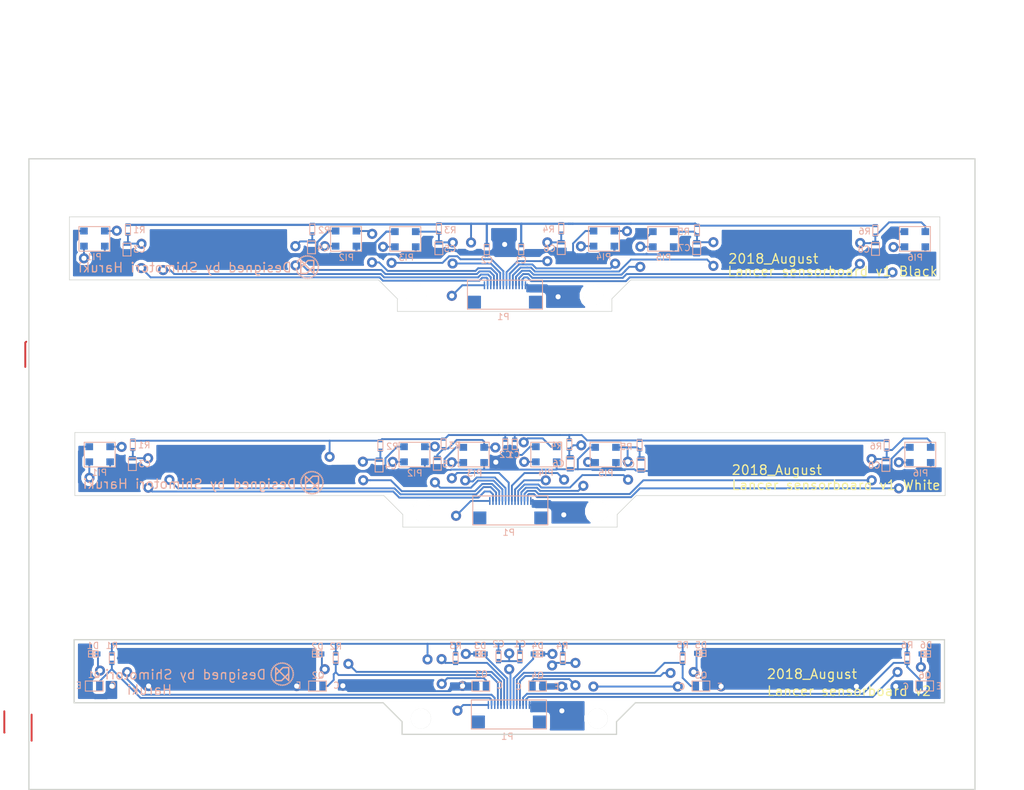
<source format=kicad_pcb>
(kicad_pcb (version 20171130) (host pcbnew "(5.0.0)")
  (layers (0 F.Cu signal hide) (31 B.Cu signal) (34 B.Paste user) (35 F.Paste user) (36 B.SilkS user) (37 F.SilkS user) (38 B.Mask user) (39 F.Mask user) (44 Edge.Cuts user))
  (net 0 "")
  (net 1 +3V3)
  (net 2 GND)
  (net 3 ANALOG_SEN1)
  (net 4 ANALOG_SEN2)
  (net 5 ANALOG_SEN3)
  (net 6 ANALOG_SEN4)
  (net 7 ANALOG_SEN5)
  (net 8 ANALOG_SEN6)
  (net 9 VR1)
  (net 10 VR2)
  (net 11 VR3)
  (net 12 VR4)
  (net 13 VR5)
  (net 14 VR6)
  (module C_2012_HandSolderring_0.1u:C_2012_HandSolderring_0.1u (layer B.Cu) (at 161.35 61.825 270)
    (fp_text reference C6 (at 2.4 3.8 180) (layer B.SilkS) (effects (justify mirror)))
    (fp_text value 1000p)
    (pad 1 smd rect (at 1.4 1.95 270) (size 0.7 1.1) (layers B.Cu B.Paste B.Mask) (net 6 ANALOG_SEN4))
    (pad 2 smd rect (at 3.3 1.95 270) (size 0.7 1.1) (layers B.Cu B.Paste B.Mask) (net 2 GND))
  )
  (module GP2S700HCP:GP2S700HCP (layer F.Cu) (at 161.225 67.45)
    (fp_text reference PI4 (at 4.9 -1.9) (layer B.SilkS) (effects (justify mirror)))
    (fp_text value GP2S700HCP)
    (pad 3 smd rect (at 6.6 -3.6) (size 1.2 1.1) (layers B.Cu B.Paste B.Mask) (net 2 GND))
    (pad 2 smd rect (at 3.3 -3.6) (size 1.2 1.1) (layers B.Cu B.Paste B.Mask) (net 6 ANALOG_SEN4))
    (pad 4 smd rect (at 6.6 -6) (size 1.2 1.1) (layers B.Cu B.Paste B.Mask) (net 12 VR4))
    (pad 1 smd rect (at 3.3 -6) (size 1.2 1.1) (layers B.Cu B.Paste B.Mask) (net 2 GND))
  )
  (module GP2S700HCP:GP2S700HCP (layer F.Cu) (at 120.325 67.45)
    (fp_text reference PI2 (at 5 -1.8) (layer B.SilkS) (effects (justify mirror)))
    (fp_text value GP2S700HCP)
    (pad 3 smd rect (at 6.6 -3.6) (size 1.2 1.1) (layers B.Cu B.Paste B.Mask) (net 2 GND))
    (pad 2 smd rect (at 3.3 -3.6) (size 1.2 1.1) (layers B.Cu B.Paste B.Mask) (net 4 ANALOG_SEN2))
    (pad 4 smd rect (at 6.6 -6) (size 1.2 1.1) (layers B.Cu B.Paste B.Mask) (net 10 VR2))
    (pad 1 smd rect (at 3.3 -6) (size 1.2 1.1) (layers B.Cu B.Paste B.Mask) (net 2 GND))
  )
  (module GP2S700HCP:GP2S700HCP (layer F.Cu) (at 180.525 57.95 180)
    (fp_text reference PI5 (at 4.9 -7.7 180) (layer B.SilkS) (effects (justify mirror)))
    (fp_text value GP2S700HCP)
    (pad 3 smd rect (at 6.6 -3.6 180) (size 1.2 1.1) (layers B.Cu B.Paste B.Mask) (net 2 GND))
    (pad 2 smd rect (at 3.3 -3.6 180) (size 1.2 1.1) (layers B.Cu B.Paste B.Mask) (net 7 ANALOG_SEN5))
    (pad 4 smd rect (at 6.6 -6 180) (size 1.2 1.1) (layers B.Cu B.Paste B.Mask) (net 13 VR5))
    (pad 1 smd rect (at 3.3 -6 180) (size 1.2 1.1) (layers B.Cu B.Paste B.Mask) (net 2 GND))
  )
  (module GP2S700HCP:GP2S700HCP (layer F.Cu) (at 220.425 57.95 180)
    (fp_text reference PI6 (at 4.9 -7.7 180) (layer B.SilkS) (effects (justify mirror)))
    (fp_text value GP2S700HCP)
    (pad 3 smd rect (at 6.6 -3.6 180) (size 1.2 1.1) (layers B.Cu B.Paste B.Mask) (net 2 GND))
    (pad 2 smd rect (at 3.3 -3.6 180) (size 1.2 1.1) (layers B.Cu B.Paste B.Mask) (net 8 ANALOG_SEN6))
    (pad 4 smd rect (at 6.6 -6 180) (size 1.2 1.1) (layers B.Cu B.Paste B.Mask) (net 14 VR6))
    (pad 1 smd rect (at 3.3 -6 180) (size 1.2 1.1) (layers B.Cu B.Paste B.Mask) (net 2 GND))
  )
  (module GP2S700HCP:GP2S700HCP (layer F.Cu) (at 80.425 67.45)
    (fp_text reference PI1 (at 4.9 -1.9) (layer B.SilkS) (effects (justify mirror)))
    (fp_text value GP2S700HCP)
    (pad 3 smd rect (at 6.6 -3.6) (size 1.2 1.1) (layers B.Cu B.Paste B.Mask) (net 2 GND))
    (pad 2 smd rect (at 3.3 -3.6) (size 1.2 1.1) (layers B.Cu B.Paste B.Mask) (net 3 ANALOG_SEN1))
    (pad 4 smd rect (at 6.6 -6) (size 1.2 1.1) (layers B.Cu B.Paste B.Mask) (net 9 VR1))
    (pad 1 smd rect (at 3.3 -6) (size 1.2 1.1) (layers B.Cu B.Paste B.Mask) (net 2 GND))
  )
  (module GP2S700HCP:GP2S700HCP (layer F.Cu) (at 139.625 57.95 180)
    (fp_text reference PI3 (at 4.8 -7.7 180) (layer B.SilkS) (effects (justify mirror)))
    (fp_text value GP2S700HCP)
    (pad 3 smd rect (at 6.6 -3.6 180) (size 1.2 1.1) (layers B.Cu B.Paste B.Mask) (net 2 GND))
    (pad 2 smd rect (at 3.3 -3.6 180) (size 1.2 1.1) (layers B.Cu B.Paste B.Mask) (net 5 ANALOG_SEN3))
    (pad 4 smd rect (at 6.6 -6 180) (size 1.2 1.1) (layers B.Cu B.Paste B.Mask) (net 11 VR3))
    (pad 1 smd rect (at 3.3 -6 180) (size 1.2 1.1) (layers B.Cu B.Paste B.Mask) (net 2 GND))
  )
  (module C_2012_HandSolderring_0.1u:C_2012_HandSolderring_0.1u (layer B.Cu) (at 141.95 61.85 270)
    (fp_text reference C5 (at 2.4 0.2 180) (layer B.SilkS) (effects (justify mirror)))
    (fp_text value 1000p)
    (pad 1 smd rect (at 1.4 1.95 270) (size 0.7 1.1) (layers B.Cu B.Paste B.Mask) (net 5 ANALOG_SEN3))
    (pad 2 smd rect (at 3.3 1.95 270) (size 0.7 1.1) (layers B.Cu B.Paste B.Mask) (net 2 GND))
  )
  (module C_1608_HandSolderring_1000pF:C_1608_HandSolderring_1000pF (layer B.Cu) (at 153.95 63.05 270)
    (fp_text reference C1 (at 3 1 180) (layer B.SilkS) (effects (justify mirror)))
    (fp_text value 0.1u)
    (pad 1 smd rect (at 0.625 0.9 270) (size 0.7 0.8) (layers B.Cu B.Paste B.Mask) (net 1 +3V3))
    (pad 2 smd rect (at 2.125 0.9 270) (size 0.7 0.8) (layers B.Cu B.Paste B.Mask) (net 2 GND))
  )
  (module C_1608_HandSolderring_1000pF:C_1608_HandSolderring_1000pF (layer B.Cu) (at 148.5 63.05 270)
    (fp_text reference C2 (at 3 0.9 180) (layer B.SilkS) (effects (justify mirror)))
    (fp_text value 0.1u)
    (pad 1 smd rect (at 0.625 0.9 270) (size 0.7 0.8) (layers B.Cu B.Paste B.Mask) (net 1 +3V3))
    (pad 2 smd rect (at 2.125 0.9 270) (size 0.7 0.8) (layers B.Cu B.Paste B.Mask) (net 2 GND))
  )
  (module C_2012_HandSolderring_0.1u:C_2012_HandSolderring_0.1u (layer B.Cu) (at 92.5 62.05 270)
    (fp_text reference C3 (at 2.3 0 180) (layer B.SilkS) (effects (justify mirror)))
    (fp_text value 1000p)
    (pad 1 smd rect (at 1.4 1.95 270) (size 0.7 1.1) (layers B.Cu B.Paste B.Mask) (net 3 ANALOG_SEN1))
    (pad 2 smd rect (at 3.3 1.95 270) (size 0.7 1.1) (layers B.Cu B.Paste B.Mask) (net 2 GND))
  )
  (module C_2012_HandSolderring_0.1u:C_2012_HandSolderring_0.1u (layer B.Cu) (at 121.75 61.7 270)
    (fp_text reference C4 (at 2.4 0.1 180) (layer B.SilkS) (effects (justify mirror)))
    (fp_text value 1000p)
    (pad 1 smd rect (at 1.4 1.95 270) (size 0.7 1.1) (layers B.Cu B.Paste B.Mask) (net 4 ANALOG_SEN2))
    (pad 2 smd rect (at 3.3 1.95 270) (size 0.7 1.1) (layers B.Cu B.Paste B.Mask) (net 2 GND))
  )
  (module C_2012_HandSolderring_0.1u:C_2012_HandSolderring_0.1u (layer B.Cu) (at 182.825 61.825 270)
    (fp_text reference C7 (at 2.3 3.9 180) (layer B.SilkS) (effects (justify mirror)))
    (fp_text value 1000p)
    (pad 1 smd rect (at 1.4 1.95 270) (size 0.7 1.1) (layers B.Cu B.Paste B.Mask) (net 7 ANALOG_SEN5))
    (pad 2 smd rect (at 3.3 1.95 270) (size 0.7 1.1) (layers B.Cu B.Paste B.Mask) (net 2 GND))
  )
  (module C_2012_HandSolderring_0.1u:C_2012_HandSolderring_0.1u (layer B.Cu) (at 211.175 61.95 270)
    (fp_text reference C8 (at 2.4 3.8 180) (layer B.SilkS) (effects (justify mirror)))
    (fp_text value 1000p)
    (pad 1 smd rect (at 1.4 1.95 270) (size 0.7 1.1) (layers B.Cu B.Paste B.Mask) (net 8 ANALOG_SEN6))
    (pad 2 smd rect (at 3.3 1.95 270) (size 0.7 1.1) (layers B.Cu B.Paste B.Mask) (net 2 GND))
  )
  (module R_1608_HandSoldering:R_1608_HandSoldering (layer B.Cu) (at 92.3 59.075 270)
    (fp_text reference R1 (at 2.2 -0.2 180) (layer B.SilkS) (effects (justify mirror)))
    (fp_text value 100k)
    (pad 1 smd rect (at 1.4 1.6 270) (size 0.5 0.8) (layers B.Cu B.Paste B.Mask) (net 1 +3V3))
    (pad 2 smd rect (at 2.9 1.6 270) (size 0.5 0.8) (layers B.Cu B.Paste B.Mask) (net 3 ANALOG_SEN1))
  )
  (module R_1608_HandSoldering:R_1608_HandSoldering (layer B.Cu) (at 121.525 59 270)
    (fp_text reference R2 (at 2.3 -0.3 180) (layer B.SilkS) (effects (justify mirror)))
    (fp_text value 100k)
    (pad 1 smd rect (at 1.4 1.6 270) (size 0.5 0.8) (layers B.Cu B.Paste B.Mask) (net 1 +3V3))
    (pad 2 smd rect (at 2.9 1.6 270) (size 0.5 0.8) (layers B.Cu B.Paste B.Mask) (net 4 ANALOG_SEN2))
  )
  (module R_1608_HandSoldering:R_1608_HandSoldering (layer B.Cu) (at 141.6 58.9 270)
    (fp_text reference R3 (at 2.4 -0.2 180) (layer B.SilkS) (effects (justify mirror)))
    (fp_text value 100k)
    (pad 1 smd rect (at 1.4 1.6 270) (size 0.5 0.8) (layers B.Cu B.Paste B.Mask) (net 1 +3V3))
    (pad 2 smd rect (at 2.9 1.6 270) (size 0.5 0.8) (layers B.Cu B.Paste B.Mask) (net 5 ANALOG_SEN3))
  )
  (module R_1608_HandSoldering:R_1608_HandSoldering (layer B.Cu) (at 161 58.875 270)
    (fp_text reference R4 (at 2.3 3.6 180) (layer B.SilkS) (effects (justify mirror)))
    (fp_text value 100k)
    (pad 1 smd rect (at 1.4 1.6 270) (size 0.5 0.8) (layers B.Cu B.Paste B.Mask) (net 1 +3V3))
    (pad 2 smd rect (at 2.9 1.6 270) (size 0.5 0.8) (layers B.Cu B.Paste B.Mask) (net 6 ANALOG_SEN4))
  )
  (module R_1608_HandSoldering:R_1608_HandSoldering (layer B.Cu) (at 182.525 59.15 270)
    (fp_text reference R5 (at 2.4 3.7 180) (layer B.SilkS) (effects (justify mirror)))
    (fp_text value 100k)
    (pad 1 smd rect (at 1.4 1.6 270) (size 0.5 0.8) (layers B.Cu B.Paste B.Mask) (net 1 +3V3))
    (pad 2 smd rect (at 2.9 1.6 270) (size 0.5 0.8) (layers B.Cu B.Paste B.Mask) (net 7 ANALOG_SEN5))
  )
  (module R_1608_HandSoldering:R_1608_HandSoldering (layer B.Cu) (at 210.8 59.2 270)
    (fp_text reference R6 (at 2.3 3.3 180) (layer B.SilkS) (effects (justify mirror)))
    (fp_text value 100k)
    (pad 1 smd rect (at 1.4 1.6 270) (size 0.5 0.8) (layers B.Cu B.Paste B.Mask) (net 1 +3V3))
    (pad 2 smd rect (at 2.9 1.6 270) (size 0.5 0.8) (layers B.Cu B.Paste B.Mask) (net 8 ANALOG_SEN6))
  )
  (module Mounting_Holes:MountingHole_3.2mm_M3 (layer F.Cu) (at 164.425 71.7)
    (fp_text reference REF1)
    (fp_text value MountingHole_3.2mm_M3)
    (pad 1 np_thru_hole circle (at 0 0) (size 3.2 3.2) (drill 3.2) (layers *.Cu *.Mask))
  )
  (module Mounting_Holes:MountingHole_3.2mm_M3 (layer F.Cu) (at 136.425 71.7)
    (fp_text reference REF**)
    (fp_text value MountingHole_3.2mm_M3)
    (pad 1 np_thru_hole circle (at 0 0) (size 3.2 3.2) (drill 3.2) (layers *.Cu *.Mask))
  )
  (module sh:sh_3500 (layer B.Cu) (at 119.125 67.15)
    (fp_text reference G*** hide)
    (fp_text value LOGO hide)
  )
  (module "Footprint:CN-FFC-SMT2(CN-FFC(0.5)14PD)" (layer F.Cu) (at 144.225 74.550001)
    (fp_text reference P1 (at 6 0.5) (layer B.SilkS) (effects (justify mirror)))
    (fp_text value "CN-FFC-SMT2(CN-FFC(0.5)14PD)")
    (pad "" smd rect (at 1.35 -1.825) (size 2.2 2) (layers B.Cu B.Paste B.Mask))
    (pad "" smd rect (at 11.15 -1.825) (size 2.2 2) (layers B.Cu B.Paste B.Mask))
    (pad 1 smd rect (at 3 -4.5) (size 0.23 1.25) (layers B.Cu B.Paste B.Mask) (net 1 +3V3))
    (pad "" smd rect (at 11.15 -1.825) (size 1.8 2) (layers B.Cu B.Paste B.Mask))
    (pad "" smd rect (at 1.35 -1.825) (size 1.8 2) (layers B.Cu B.Paste B.Mask))
    (pad 2 smd rect (at 3.5 -4.5) (size 0.23 1.25) (layers B.Cu B.Paste B.Mask) (net 3 ANALOG_SEN1))
    (pad 3 smd rect (at 4 -4.5) (size 0.23 1.25) (layers B.Cu B.Paste B.Mask) (net 9 VR1))
    (pad 4 smd rect (at 4.5 -4.5) (size 0.23 1.25) (layers B.Cu B.Paste B.Mask) (net 4 ANALOG_SEN2))
    (pad 5 smd rect (at 5 -4.5) (size 0.23 1.25) (layers B.Cu B.Paste B.Mask) (net 10 VR2))
    (pad 6 smd rect (at 5.5 -4.5) (size 0.23 1.25) (layers B.Cu B.Paste B.Mask) (net 5 ANALOG_SEN3))
    (pad 7 smd rect (at 6 -4.5) (size 0.23 1.25) (layers B.Cu B.Paste B.Mask) (net 11 VR3))
    (pad 8 smd rect (at 6.5 -4.5) (size 0.23 1.25) (layers B.Cu B.Paste B.Mask) (net 6 ANALOG_SEN4))
    (pad 9 smd rect (at 7 -4.5) (size 0.23 1.25) (layers B.Cu B.Paste B.Mask) (net 12 VR4))
    (pad 10 smd rect (at 7.5 -4.5) (size 0.23 1.25) (layers B.Cu B.Paste B.Mask) (net 7 ANALOG_SEN5))
    (pad 11 smd rect (at 8 -4.5) (size 0.23 1.25) (layers B.Cu B.Paste B.Mask) (net 13 VR5))
    (pad 12 smd rect (at 8.5 -4.5) (size 0.23 1.25) (layers B.Cu B.Paste B.Mask) (net 8 ANALOG_SEN6))
    (pad 13 smd rect (at 9 -4.5) (size 0.23 1.25) (layers B.Cu B.Paste B.Mask) (net 14 VR6))
    (pad 14 smd rect (at 9.5 -4.5) (size 0.23 1.25) (layers B.Cu B.Paste B.Mask) (net 2 GND))
  )
  (module R_1608_HandSoldering:R_1608_HandSoldering (layer B.Cu) (at 142.35 93.05 270)
    (fp_text reference R3 (at 2.4 -0.2 180) (layer B.SilkS) (effects (justify mirror)))
    (fp_text value 100k)
    (pad 1 smd rect (at 1.4 1.6 270) (size 0.5 0.8) (layers B.Cu B.Paste B.Mask) (net 1 +3V3))
    (pad 2 smd rect (at 2.9 1.6 270) (size 0.5 0.8) (layers B.Cu B.Paste B.Mask) (net 5 ANALOG_SEN3))
  )
  (module GP2S700HCP:GP2S700HCP (layer F.Cu) (at 152.075 101.65)
    (fp_text reference PI4 (at 4.9 -1.9) (layer B.SilkS) (effects (justify mirror)))
    (fp_text value GP2S700HCP)
    (pad 3 smd rect (at 6.6 -3.6) (size 1.2 1.1) (layers B.Cu B.Paste B.Mask) (net 2 GND))
    (pad 2 smd rect (at 3.3 -3.6) (size 1.2 1.1) (layers B.Cu B.Paste B.Mask) (net 6 ANALOG_SEN4))
    (pad 4 smd rect (at 6.6 -6) (size 1.2 1.1) (layers B.Cu B.Paste B.Mask) (net 12 VR4))
    (pad 1 smd rect (at 3.3 -6) (size 1.2 1.1) (layers B.Cu B.Paste B.Mask) (net 2 GND))
  )
  (module GP2S700HCP:GP2S700HCP (layer F.Cu) (at 150.475 92.15 180)
    (fp_text reference PI3 (at 4.8 -7.7 180) (layer B.SilkS) (effects (justify mirror)))
    (fp_text value GP2S700HCP)
    (pad 3 smd rect (at 6.6 -3.6 180) (size 1.2 1.1) (layers B.Cu B.Paste B.Mask) (net 2 GND))
    (pad 2 smd rect (at 3.3 -3.6 180) (size 1.2 1.1) (layers B.Cu B.Paste B.Mask) (net 5 ANALOG_SEN3))
    (pad 4 smd rect (at 6.6 -6 180) (size 1.2 1.1) (layers B.Cu B.Paste B.Mask) (net 11 VR3))
    (pad 1 smd rect (at 3.3 -6 180) (size 1.2 1.1) (layers B.Cu B.Paste B.Mask) (net 2 GND))
  )
  (module GP2S700HCP:GP2S700HCP (layer F.Cu) (at 131.175 101.65)
    (fp_text reference PI2 (at 5 -1.8) (layer B.SilkS) (effects (justify mirror)))
    (fp_text value GP2S700HCP)
    (pad 3 smd rect (at 6.6 -3.6) (size 1.2 1.1) (layers B.Cu B.Paste B.Mask) (net 2 GND))
    (pad 2 smd rect (at 3.3 -3.6) (size 1.2 1.1) (layers B.Cu B.Paste B.Mask) (net 4 ANALOG_SEN2))
    (pad 4 smd rect (at 6.6 -6) (size 1.2 1.1) (layers B.Cu B.Paste B.Mask) (net 10 VR2))
    (pad 1 smd rect (at 3.3 -6) (size 1.2 1.1) (layers B.Cu B.Paste B.Mask) (net 2 GND))
  )
  (module GP2S700HCP:GP2S700HCP (layer F.Cu) (at 171.375 92.15 180)
    (fp_text reference PI5 (at 4.9 -7.7 180) (layer B.SilkS) (effects (justify mirror)))
    (fp_text value GP2S700HCP)
    (pad 3 smd rect (at 6.6 -3.6 180) (size 1.2 1.1) (layers B.Cu B.Paste B.Mask) (net 2 GND))
    (pad 2 smd rect (at 3.3 -3.6 180) (size 1.2 1.1) (layers B.Cu B.Paste B.Mask) (net 7 ANALOG_SEN5))
    (pad 4 smd rect (at 6.6 -6 180) (size 1.2 1.1) (layers B.Cu B.Paste B.Mask) (net 13 VR5))
    (pad 1 smd rect (at 3.3 -6 180) (size 1.2 1.1) (layers B.Cu B.Paste B.Mask) (net 2 GND))
  )
  (module GP2S700HCP:GP2S700HCP (layer F.Cu) (at 221.275 92.15 180)
    (fp_text reference PI6 (at 4.9 -7.7 180) (layer B.SilkS) (effects (justify mirror)))
    (fp_text value GP2S700HCP)
    (pad 3 smd rect (at 6.6 -3.6 180) (size 1.2 1.1) (layers B.Cu B.Paste B.Mask) (net 2 GND))
    (pad 2 smd rect (at 3.3 -3.6 180) (size 1.2 1.1) (layers B.Cu B.Paste B.Mask) (net 8 ANALOG_SEN6))
    (pad 4 smd rect (at 6.6 -6 180) (size 1.2 1.1) (layers B.Cu B.Paste B.Mask) (net 14 VR6))
    (pad 1 smd rect (at 3.3 -6 180) (size 1.2 1.1) (layers B.Cu B.Paste B.Mask) (net 2 GND))
  )
  (module GP2S700HCP:GP2S700HCP (layer F.Cu) (at 81.275 101.65)
    (fp_text reference PI1 (at 4.9 -1.9) (layer B.SilkS) (effects (justify mirror)))
    (fp_text value GP2S700HCP)
    (pad 3 smd rect (at 6.6 -3.6) (size 1.2 1.1) (layers B.Cu B.Paste B.Mask) (net 2 GND))
    (pad 2 smd rect (at 3.3 -3.6) (size 1.2 1.1) (layers B.Cu B.Paste B.Mask) (net 3 ANALOG_SEN1))
    (pad 4 smd rect (at 6.6 -6) (size 1.2 1.1) (layers B.Cu B.Paste B.Mask) (net 9 VR1))
    (pad 1 smd rect (at 3.3 -6) (size 1.2 1.1) (layers B.Cu B.Paste B.Mask) (net 2 GND))
  )
  (module C_2012_HandSolderring_0.1u:C_2012_HandSolderring_0.1u (layer B.Cu) (at 141.7 96.025 270)
    (fp_text reference C5 (at 2.4 0.2 180) (layer B.SilkS) (effects (justify mirror)))
    (fp_text value 1000p)
    (pad 1 smd rect (at 1.4 1.95 270) (size 0.7 1.1) (layers B.Cu B.Paste B.Mask) (net 5 ANALOG_SEN3))
    (pad 2 smd rect (at 3.3 1.95 270) (size 0.7 1.1) (layers B.Cu B.Paste B.Mask) (net 2 GND))
  )
  (module C_1608_HandSolderring_1000pF:C_1608_HandSolderring_1000pF (layer B.Cu) (at 152.925 93.925 270)
    (fp_text reference C1 (at 3 1 180) (layer B.SilkS) (effects (justify mirror)))
    (fp_text value 0.1u)
    (pad 1 smd rect (at 0.625 0.9 270) (size 0.7 0.8) (layers B.Cu B.Paste B.Mask) (net 1 +3V3))
    (pad 2 smd rect (at 2.125 0.9 270) (size 0.7 0.8) (layers B.Cu B.Paste B.Mask) (net 2 GND))
  )
  (module C_1608_HandSolderring_1000pF:C_1608_HandSolderring_1000pF (layer B.Cu) (at 151.425 93.9 270)
    (fp_text reference C2 (at 3 0.9 180) (layer B.SilkS) (effects (justify mirror)))
    (fp_text value 0.1u)
    (pad 1 smd rect (at 0.625 0.9 270) (size 0.7 0.8) (layers B.Cu B.Paste B.Mask) (net 1 +3V3))
    (pad 2 smd rect (at 2.125 0.9 270) (size 0.7 0.8) (layers B.Cu B.Paste B.Mask) (net 2 GND))
  )
  (module C_2012_HandSolderring_0.1u:C_2012_HandSolderring_0.1u (layer B.Cu) (at 93.35 96.075 270)
    (fp_text reference C3 (at 2.3 0 180) (layer B.SilkS) (effects (justify mirror)))
    (fp_text value 1000p)
    (pad 1 smd rect (at 1.4 1.95 270) (size 0.7 1.1) (layers B.Cu B.Paste B.Mask) (net 3 ANALOG_SEN1))
    (pad 2 smd rect (at 3.3 1.95 270) (size 0.7 1.1) (layers B.Cu B.Paste B.Mask) (net 2 GND))
  )
  (module C_2012_HandSolderring_0.1u:C_2012_HandSolderring_0.1u (layer B.Cu) (at 132.475 96.3 270)
    (fp_text reference C4 (at 2.4 0.1 180) (layer B.SilkS) (effects (justify mirror)))
    (fp_text value 1000p)
    (pad 1 smd rect (at 1.4 1.95 270) (size 0.7 1.1) (layers B.Cu B.Paste B.Mask) (net 4 ANALOG_SEN2))
    (pad 2 smd rect (at 3.3 1.95 270) (size 0.7 1.1) (layers B.Cu B.Paste B.Mask) (net 2 GND))
  )
  (module C_2012_HandSolderring_0.1u:C_2012_HandSolderring_0.1u (layer B.Cu) (at 162.775 95.925 270)
    (fp_text reference C6 (at 2.4 3.8 180) (layer B.SilkS) (effects (justify mirror)))
    (fp_text value 1000p)
    (pad 1 smd rect (at 1.4 1.95 270) (size 0.7 1.1) (layers B.Cu B.Paste B.Mask) (net 6 ANALOG_SEN4))
    (pad 2 smd rect (at 3.3 1.95 270) (size 0.7 1.1) (layers B.Cu B.Paste B.Mask) (net 2 GND))
  )
  (module C_2012_HandSolderring_0.1u:C_2012_HandSolderring_0.1u (layer B.Cu) (at 174 96.125 270)
    (fp_text reference C7 (at 2.3 3.9 180) (layer B.SilkS) (effects (justify mirror)))
    (fp_text value 1000p)
    (pad 1 smd rect (at 1.4 1.95 270) (size 0.7 1.1) (layers B.Cu B.Paste B.Mask) (net 7 ANALOG_SEN5))
    (pad 2 smd rect (at 3.3 1.95 270) (size 0.7 1.1) (layers B.Cu B.Paste B.Mask) (net 2 GND))
  )
  (module C_2012_HandSolderring_0.1u:C_2012_HandSolderring_0.1u (layer B.Cu) (at 212.825 96.2 270)
    (fp_text reference C8 (at 2.4 3.8 180) (layer B.SilkS) (effects (justify mirror)))
    (fp_text value 1000p)
    (pad 1 smd rect (at 1.4 1.95 270) (size 0.7 1.1) (layers B.Cu B.Paste B.Mask) (net 8 ANALOG_SEN6))
    (pad 2 smd rect (at 3.3 1.95 270) (size 0.7 1.1) (layers B.Cu B.Paste B.Mask) (net 2 GND))
  )
  (module R_1608_HandSoldering:R_1608_HandSoldering (layer B.Cu) (at 93.075 93.2 270)
    (fp_text reference R1 (at 2.2 -0.2 180) (layer B.SilkS) (effects (justify mirror)))
    (fp_text value 100k)
    (pad 1 smd rect (at 1.4 1.6 270) (size 0.5 0.8) (layers B.Cu B.Paste B.Mask) (net 1 +3V3))
    (pad 2 smd rect (at 2.9 1.6 270) (size 0.5 0.8) (layers B.Cu B.Paste B.Mask) (net 3 ANALOG_SEN1))
  )
  (module R_1608_HandSoldering:R_1608_HandSoldering (layer B.Cu) (at 132.325 93.3 270)
    (fp_text reference R2 (at 2.3 -0.3 180) (layer B.SilkS) (effects (justify mirror)))
    (fp_text value 100k)
    (pad 1 smd rect (at 1.4 1.6 270) (size 0.5 0.8) (layers B.Cu B.Paste B.Mask) (net 1 +3V3))
    (pad 2 smd rect (at 2.9 1.6 270) (size 0.5 0.8) (layers B.Cu B.Paste B.Mask) (net 4 ANALOG_SEN2))
  )
  (module R_1608_HandSoldering:R_1608_HandSoldering (layer B.Cu) (at 162.275 93.15 270)
    (fp_text reference R4 (at 2.3 3.6 180) (layer B.SilkS) (effects (justify mirror)))
    (fp_text value 100k)
    (pad 1 smd rect (at 1.4 1.6 270) (size 0.5 0.8) (layers B.Cu B.Paste B.Mask) (net 1 +3V3))
    (pad 2 smd rect (at 2.9 1.6 270) (size 0.5 0.8) (layers B.Cu B.Paste B.Mask) (net 6 ANALOG_SEN4))
  )
  (module R_1608_HandSoldering:R_1608_HandSoldering (layer B.Cu) (at 173.425 93.25 270)
    (fp_text reference R5 (at 2.4 3.7 180) (layer B.SilkS) (effects (justify mirror)))
    (fp_text value 100k)
    (pad 1 smd rect (at 1.4 1.6 270) (size 0.5 0.8) (layers B.Cu B.Paste B.Mask) (net 1 +3V3))
    (pad 2 smd rect (at 2.9 1.6 270) (size 0.5 0.8) (layers B.Cu B.Paste B.Mask) (net 7 ANALOG_SEN5))
  )
  (module R_1608_HandSoldering:R_1608_HandSoldering (layer B.Cu) (at 212.6 93.275 270)
    (fp_text reference R6 (at 2.3 3.3 180) (layer B.SilkS) (effects (justify mirror)))
    (fp_text value 100k)
    (pad 1 smd rect (at 1.4 1.6 270) (size 0.5 0.8) (layers B.Cu B.Paste B.Mask) (net 1 +3V3))
    (pad 2 smd rect (at 2.9 1.6 270) (size 0.5 0.8) (layers B.Cu B.Paste B.Mask) (net 8 ANALOG_SEN6))
  )
  (module Mounting_Holes:MountingHole_3.2mm_M3 (layer F.Cu) (at 165.275 105.9)
    (fp_text reference REF**)
    (fp_text value MountingHole_3.2mm_M3)
    (pad 1 np_thru_hole circle (at 0 0) (size 3.2 3.2) (drill 3.2) (layers *.Cu *.Mask))
  )
  (module Mounting_Holes:MountingHole_3.2mm_M3 (layer F.Cu) (at 137.275 105.9)
    (fp_text reference REF**)
    (fp_text value MountingHole_3.2mm_M3)
    (pad 1 np_thru_hole circle (at 0 0) (size 3.2 3.2) (drill 3.2) (layers *.Cu *.Mask))
  )
  (module sh:sh_3500 (layer B.Cu) (at 119.875 101.35)
    (fp_text reference G*** hide)
    (fp_text value LOGO hide)
  )
  (module "Footprint:CN-FFC-SMT2(CN-FFC(0.5)14PD)" (layer F.Cu) (at 145.075 108.75)
    (fp_text reference P1 (at 6 0.5) (layer B.SilkS) (effects (justify mirror)))
    (fp_text value "CN-FFC-SMT2(CN-FFC(0.5)14PD)")
    (pad "" smd rect (at 1.35 -1.825) (size 2.2 2) (layers B.Cu B.Paste B.Mask))
    (pad "" smd rect (at 11.15 -1.825) (size 2.2 2) (layers B.Cu B.Paste B.Mask))
    (pad 1 smd rect (at 3 -4.5) (size 0.23 1.25) (layers B.Cu B.Paste B.Mask) (net 1 +3V3))
    (pad "" smd rect (at 11.15 -1.825) (size 1.8 2) (layers B.Cu B.Paste B.Mask))
    (pad "" smd rect (at 1.35 -1.825) (size 1.8 2) (layers B.Cu B.Paste B.Mask))
    (pad 2 smd rect (at 3.5 -4.5) (size 0.23 1.25) (layers B.Cu B.Paste B.Mask) (net 3 ANALOG_SEN1))
    (pad 3 smd rect (at 4 -4.5) (size 0.23 1.25) (layers B.Cu B.Paste B.Mask) (net 9 VR1))
    (pad 4 smd rect (at 4.5 -4.5) (size 0.23 1.25) (layers B.Cu B.Paste B.Mask) (net 4 ANALOG_SEN2))
    (pad 5 smd rect (at 5 -4.5) (size 0.23 1.25) (layers B.Cu B.Paste B.Mask) (net 10 VR2))
    (pad 6 smd rect (at 5.5 -4.5) (size 0.23 1.25) (layers B.Cu B.Paste B.Mask) (net 5 ANALOG_SEN3))
    (pad 7 smd rect (at 6 -4.5) (size 0.23 1.25) (layers B.Cu B.Paste B.Mask) (net 11 VR3))
    (pad 8 smd rect (at 6.5 -4.5) (size 0.23 1.25) (layers B.Cu B.Paste B.Mask) (net 6 ANALOG_SEN4))
    (pad 9 smd rect (at 7 -4.5) (size 0.23 1.25) (layers B.Cu B.Paste B.Mask) (net 12 VR4))
    (pad 10 smd rect (at 7.5 -4.5) (size 0.23 1.25) (layers B.Cu B.Paste B.Mask) (net 7 ANALOG_SEN5))
    (pad 11 smd rect (at 8 -4.5) (size 0.23 1.25) (layers B.Cu B.Paste B.Mask) (net 13 VR5))
    (pad 12 smd rect (at 8.5 -4.5) (size 0.23 1.25) (layers B.Cu B.Paste B.Mask) (net 8 ANALOG_SEN6))
    (pad 13 smd rect (at 9 -4.5) (size 0.23 1.25) (layers B.Cu B.Paste B.Mask) (net 14 VR6))
    (pad 14 smd rect (at 9.5 -4.5) (size 0.23 1.25) (layers B.Cu B.Paste B.Mask) (net 2 GND))
  )
  (module Mounting_Holes:MountingHole_3.2mm_M3 (layer F.Cu) (at 137.15 138.75)
    (fp_text reference REF**)
    (fp_text value MountingHole_3.2mm_M3)
    (pad 1 np_thru_hole circle (at 0 0) (size 3.2 3.2) (drill 3.2) (layers *.Cu *.Mask))
  )
  (module Footprint:TEMT7100X01 (layer B.Cu) (at 182.35 133.6 180)
    (fp_text reference Q5 (at 0.8 1.7 180) (layer B.SilkS) (effects (justify mirror)))
    (fp_text value TEMT7100X01)
    (fp_text user C (at 3.8 -0.1 180) (layer B.SilkS) (effects (justify mirror)))
    (fp_text user E (at -2.2 -0.1 180) (layer B.SilkS) (effects (justify mirror)))
    (pad 2 smd rect (at 1.6 0 180) (size 1 1.45) (layers B.Cu B.Paste B.Mask) (net 7 ANALOG_SEN5))
    (pad 1 smd rect (at 0 0 180) (size 1 1.45) (layers B.Cu B.Paste B.Mask) (net 2 GND))
  )
  (module Footprint:C_1608_HandSolderring (layer B.Cu) (at 153.75 127.525 270)
    (fp_text reference C1 (at -0.6 0.9) (layer B.SilkS) (effects (justify mirror)))
    (fp_text value 0.1u)
    (pad 1 smd rect (at 0.625 0.9 270) (size 0.7 0.8) (layers B.Cu B.Paste B.Mask) (net 1 +3V3))
    (pad 2 smd rect (at 2.125 0.9 270) (size 0.7 0.8) (layers B.Cu B.Paste B.Mask) (net 2 GND))
  )
  (module Footprint:C_1608_HandSolderring (layer B.Cu) (at 150.35 127.525 270)
    (fp_text reference C2 (at -0.6 0.9) (layer B.SilkS) (effects (justify mirror)))
    (fp_text value 0.1u)
    (pad 1 smd rect (at 0.625 0.9 270) (size 0.7 0.8) (layers B.Cu B.Paste B.Mask) (net 1 +3V3))
    (pad 2 smd rect (at 2.125 0.9 270) (size 0.7 0.8) (layers B.Cu B.Paste B.Mask) (net 2 GND))
  )
  (module Footprint:SIR19-21C (layer B.Cu) (at 84.45 128.5)
    (fp_text reference D1 (at 0.7 -1.3) (layer B.SilkS) (effects (justify mirror)))
    (fp_text value SIR19-21C/TR8)
    (pad 1 smd rect (at 0 0) (size 0.8 0.8) (layers B.Cu B.Paste B.Mask) (net 2 GND))
    (pad 2 smd rect (at 1.5 0) (size 0.8 0.8) (layers B.Cu B.Paste B.Mask) (net 9 VR1))
  )
  (module Footprint:SIR19-21C (layer B.Cu) (at 119.95 128.5)
    (fp_text reference D2 (at 0.8 -1.2) (layer B.SilkS) (effects (justify mirror)))
    (fp_text value SIR19-21C/TR8)
    (pad 1 smd rect (at 0 0) (size 0.8 0.8) (layers B.Cu B.Paste B.Mask) (net 2 GND))
    (pad 2 smd rect (at 1.5 0) (size 0.8 0.8) (layers B.Cu B.Paste B.Mask) (net 10 VR2))
  )
  (module Footprint:SIR19-21C (layer B.Cu) (at 145.85 128.5)
    (fp_text reference D3 (at 0.7 -1.3) (layer B.SilkS) (effects (justify mirror)))
    (fp_text value SIR19-21C/TR8)
    (pad 1 smd rect (at 0 0) (size 0.8 0.8) (layers B.Cu B.Paste B.Mask) (net 2 GND))
    (pad 2 smd rect (at 1.5 0) (size 0.8 0.8) (layers B.Cu B.Paste B.Mask) (net 11 VR3))
  )
  (module Footprint:SIR19-21C (layer B.Cu) (at 156.45 128.5 180)
    (fp_text reference D4 (at 0.8 1.3 180) (layer B.SilkS) (effects (justify mirror)))
    (fp_text value SIR19-21C/TR8)
    (pad 1 smd rect (at 0 0 180) (size 0.8 0.8) (layers B.Cu B.Paste B.Mask) (net 2 GND))
    (pad 2 smd rect (at 1.5 0 180) (size 0.8 0.8) (layers B.Cu B.Paste B.Mask) (net 12 VR4))
  )
  (module Footprint:SIR19-21C (layer B.Cu) (at 182.35 128.4 180)
    (fp_text reference D5 (at 0.8 1.3 180) (layer B.SilkS) (effects (justify mirror)))
    (fp_text value SIR19-21C/TR8)
    (pad 1 smd rect (at 0 0 180) (size 0.8 0.8) (layers B.Cu B.Paste B.Mask) (net 2 GND))
    (pad 2 smd rect (at 1.5 0 180) (size 0.8 0.8) (layers B.Cu B.Paste B.Mask) (net 13 VR5))
  )
  (module Footprint:SIR19-21C (layer B.Cu) (at 217.95 128.5 180)
    (fp_text reference D6 (at 0.7 1.4 180) (layer B.SilkS) (effects (justify mirror)))
    (fp_text value SIR19-21C/TR8)
    (pad 1 smd rect (at 0 0 180) (size 0.8 0.8) (layers B.Cu B.Paste B.Mask) (net 2 GND))
    (pad 2 smd rect (at 1.5 0 180) (size 0.8 0.8) (layers B.Cu B.Paste B.Mask) (net 14 VR6))
  )
  (module "Footprint:CN-FFC-SMT2(CN-FFC(0.5)14PD)" (layer F.Cu) (at 144.85 141.1)
    (fp_text reference P1 (at 6 0.5) (layer B.SilkS) (effects (justify mirror)))
    (fp_text value "CN-FFC(0.5)14PD")
    (pad 14 smd rect (at 9.5 -4.5) (size 0.23 1.25) (layers B.Cu B.Paste B.Mask) (net 2 GND))
    (pad 13 smd rect (at 9 -4.5) (size 0.23 1.25) (layers B.Cu B.Paste B.Mask) (net 14 VR6))
    (pad 12 smd rect (at 8.5 -4.5) (size 0.23 1.25) (layers B.Cu B.Paste B.Mask) (net 8 ANALOG_SEN6))
    (pad 11 smd rect (at 8 -4.5) (size 0.23 1.25) (layers B.Cu B.Paste B.Mask) (net 13 VR5))
    (pad 10 smd rect (at 7.5 -4.5) (size 0.23 1.25) (layers B.Cu B.Paste B.Mask) (net 7 ANALOG_SEN5))
    (pad 9 smd rect (at 7 -4.5) (size 0.23 1.25) (layers B.Cu B.Paste B.Mask) (net 12 VR4))
    (pad 8 smd rect (at 6.5 -4.5) (size 0.23 1.25) (layers B.Cu B.Paste B.Mask) (net 6 ANALOG_SEN4))
    (pad 7 smd rect (at 6 -4.5) (size 0.23 1.25) (layers B.Cu B.Paste B.Mask) (net 11 VR3))
    (pad 6 smd rect (at 5.5 -4.5) (size 0.23 1.25) (layers B.Cu B.Paste B.Mask) (net 5 ANALOG_SEN3))
    (pad 5 smd rect (at 5 -4.5) (size 0.23 1.25) (layers B.Cu B.Paste B.Mask) (net 10 VR2))
    (pad 4 smd rect (at 4.5 -4.5) (size 0.23 1.25) (layers B.Cu B.Paste B.Mask) (net 4 ANALOG_SEN2))
    (pad 3 smd rect (at 4 -4.5) (size 0.23 1.25) (layers B.Cu B.Paste B.Mask) (net 9 VR1))
    (pad 2 smd rect (at 3.5 -4.5) (size 0.23 1.25) (layers B.Cu B.Paste B.Mask) (net 3 ANALOG_SEN1))
    (pad "" smd rect (at 1.35 -1.825) (size 1.8 2) (layers B.Cu B.Paste B.Mask))
    (pad "" smd rect (at 11.15 -1.825) (size 1.8 2) (layers B.Cu B.Paste B.Mask))
    (pad 1 smd rect (at 3 -4.5) (size 0.23 1.25) (layers B.Cu B.Paste B.Mask) (net 1 +3V3))
    (pad "" smd rect (at 11.15 -1.825) (size 2.2 2) (layers B.Cu B.Paste B.Mask))
    (pad "" smd rect (at 1.35 -1.825) (size 2.2 2) (layers B.Cu B.Paste B.Mask))
  )
  (module Footprint:TEMT7100X01 (layer B.Cu) (at 84.55 133.6)
    (fp_text reference Q1 (at 0.8 -1.8) (layer B.SilkS) (effects (justify mirror)))
    (fp_text value TEMT7100X01)
    (fp_text user C (at 3.8 -0.1) (layer B.SilkS) (effects (justify mirror)))
    (fp_text user E (at -1.625 -0.1) (layer B.SilkS) (effects (justify mirror)))
    (pad 2 smd rect (at 1.6 0) (size 1 1.45) (layers B.Cu B.Paste B.Mask) (net 3 ANALOG_SEN1))
    (pad 1 smd rect (at 0 0) (size 1 1.45) (layers B.Cu B.Paste B.Mask) (net 2 GND))
  )
  (module Footprint:TEMT7100X01 (layer B.Cu) (at 119.95 133.6)
    (fp_text reference Q2 (at 0.9 -1.7) (layer B.SilkS) (effects (justify mirror)))
    (fp_text value TEMT7100X01)
    (fp_text user C (at 3.8 -0.1) (layer B.SilkS) (effects (justify mirror)))
    (fp_text user E (at -2.2 -0.1) (layer B.SilkS) (effects (justify mirror)))
    (pad 2 smd rect (at 1.6 0) (size 1 1.45) (layers B.Cu B.Paste B.Mask) (net 4 ANALOG_SEN2))
    (pad 1 smd rect (at 0 0) (size 1 1.45) (layers B.Cu B.Paste B.Mask) (net 2 GND))
  )
  (module Footprint:TEMT7100X01 (layer B.Cu) (at 145.85 133.6)
    (fp_text reference Q3 (at 0.9 -1.9) (layer B.SilkS) (effects (justify mirror)))
    (fp_text value TEMT7100X01)
    (fp_text user C (at 3.8 -0.1) (layer B.SilkS) (effects (justify mirror)))
    (fp_text user E (at -2.2 -0.1) (layer B.SilkS) (effects (justify mirror)))
    (pad 2 smd rect (at 1.6 0) (size 1 1.45) (layers B.Cu B.Paste B.Mask) (net 5 ANALOG_SEN3))
    (pad 1 smd rect (at 0 0) (size 1 1.45) (layers B.Cu B.Paste B.Mask) (net 2 GND))
  )
  (module Footprint:TEMT7100X01 (layer B.Cu) (at 156.45 133.6 180)
    (fp_text reference Q4 (at 0.8 1.7 180) (layer B.SilkS) (effects (justify mirror)))
    (fp_text value TEMT7100X01)
    (fp_text user C (at 3.8 -0.1 180) (layer B.SilkS) (effects (justify mirror)))
    (fp_text user E (at -2.2 -0.1 180) (layer B.SilkS) (effects (justify mirror)))
    (pad 2 smd rect (at 1.6 0 180) (size 1 1.45) (layers B.Cu B.Paste B.Mask) (net 6 ANALOG_SEN4))
    (pad 1 smd rect (at 0 0 180) (size 1 1.45) (layers B.Cu B.Paste B.Mask) (net 2 GND))
  )
  (module Footprint:TEMT7100X01 (layer B.Cu) (at 217.825 133.575 180)
    (fp_text reference Q6 (at 0.775 1.675 180) (layer B.SilkS) (effects (justify mirror)))
    (fp_text value TEMT7100X01)
    (fp_text user C (at 3.8 -0.1 180) (layer B.SilkS) (effects (justify mirror)))
    (fp_text user E (at -1.45 -0.025 180) (layer B.SilkS) (effects (justify mirror)))
    (pad 2 smd rect (at 1.6 0 180) (size 1 1.45) (layers B.Cu B.Paste B.Mask) (net 8 ANALOG_SEN6))
    (pad 1 smd rect (at 0 0 180) (size 1 1.45) (layers B.Cu B.Paste B.Mask) (net 2 GND))
  )
  (module Footprint:C_1608_HandSolderring (layer B.Cu) (at 89.05 127.8 270)
    (fp_text reference R1 (at -0.6 0.9) (layer B.SilkS) (effects (justify mirror)))
    (fp_text value 100k)
    (pad 1 smd rect (at 0.625 0.9 270) (size 0.7 0.8) (layers B.Cu B.Paste B.Mask) (net 1 +3V3))
    (pad 2 smd rect (at 2.125 0.9 270) (size 0.7 0.8) (layers B.Cu B.Paste B.Mask) (net 3 ANALOG_SEN1))
  )
  (module Footprint:C_1608_HandSolderring (layer B.Cu) (at 124.55 127.8 270)
    (fp_text reference R2 (at -0.5 0.9) (layer B.SilkS) (effects (justify mirror)))
    (fp_text value 100k)
    (pad 1 smd rect (at 0.625 0.9 270) (size 0.7 0.8) (layers B.Cu B.Paste B.Mask) (net 1 +3V3))
    (pad 2 smd rect (at 2.125 0.9 270) (size 0.7 0.8) (layers B.Cu B.Paste B.Mask) (net 4 ANALOG_SEN2))
  )
  (module Footprint:C_1608_HandSolderring (layer B.Cu) (at 143.55 127.8 270)
    (fp_text reference R3 (at -0.6 0.9) (layer B.SilkS) (effects (justify mirror)))
    (fp_text value 100k)
    (pad 1 smd rect (at 0.625 0.9 270) (size 0.7 0.8) (layers B.Cu B.Paste B.Mask) (net 1 +3V3))
    (pad 2 smd rect (at 2.125 0.9 270) (size 0.7 0.8) (layers B.Cu B.Paste B.Mask) (net 5 ANALOG_SEN3))
  )
  (module Footprint:C_1608_HandSolderring (layer B.Cu) (at 160.55 127.8 270)
    (fp_text reference R4 (at -0.6 1) (layer B.SilkS) (effects (justify mirror)))
    (fp_text value 100k)
    (pad 1 smd rect (at 0.625 0.9 270) (size 0.7 0.8) (layers B.Cu B.Paste B.Mask) (net 1 +3V3))
    (pad 2 smd rect (at 2.125 0.9 270) (size 0.7 0.8) (layers B.Cu B.Paste B.Mask) (net 6 ANALOG_SEN4))
  )
  (module Footprint:C_1608_HandSolderring (layer B.Cu) (at 179.55 127.8 270)
    (fp_text reference R5 (at -0.7 0.9) (layer B.SilkS) (effects (justify mirror)))
    (fp_text value 100k)
    (pad 1 smd rect (at 0.625 0.9 270) (size 0.7 0.8) (layers B.Cu B.Paste B.Mask) (net 1 +3V3))
    (pad 2 smd rect (at 2.125 0.9 270) (size 0.7 0.8) (layers B.Cu B.Paste B.Mask) (net 7 ANALOG_SEN5))
  )
  (module Footprint:C_1608_HandSolderring (layer B.Cu) (at 215.15 127.8 270)
    (fp_text reference R6 (at -0.7 0.9) (layer B.SilkS) (effects (justify mirror)))
    (fp_text value 100k)
    (pad 1 smd rect (at 0.625 0.9 270) (size 0.7 0.8) (layers B.Cu B.Paste B.Mask) (net 1 +3V3))
    (pad 2 smd rect (at 2.125 0.9 270) (size 0.7 0.8) (layers B.Cu B.Paste B.Mask) (net 8 ANALOG_SEN6))
  )
  (module sh:sh_3500 (layer B.Cu) (at 115.15 131.7)
    (fp_text reference G*** hide)
    (fp_text value LOGO hide)
  )
  (module Mounting_Holes:MountingHole_3.2mm_M3 (layer F.Cu) (at 165.15 138.75)
    (fp_text reference REF**)
    (fp_text value MountingHole_3.2mm_M3)
    (pad 1 np_thru_hole circle (at 0 0) (size 3.2 3.2) (drill 3.2) (layers *.Cu *.Mask))
  )
  (gr_line (start 75 150) (end 75 50) (layer Edge.Cuts) (width 0.2))
  (gr_line (start 225 150) (end 75 150) (layer Edge.Cuts) (width 0.2))
  (gr_line (start 225 50) (end 225 150) (layer Edge.Cuts) (width 0.2))
  (gr_line (start 75 50) (end 225 50) (layer Edge.Cuts) (width 0.2))
  (gr_text "Designed by Shimotori Haruki" (at 99.725 67.25) (layer B.SilkS) (effects (font (size 1.5 1.5) (thickness 0.2)) (justify mirror)))
  (gr_text 2018_August (at 193.025 65.85) (layer F.SilkS) (effects (font (size 1.5 1.5) (thickness 0.2))))
  (gr_text "Lancer sensorboard v1 Black" (at 202.425 67.85) (layer F.SilkS) (effects (font (size 1.5 1.5) (thickness 0.2))))
  (gr_circle (center 136.425 71.700504) (end 136.425 70.200504) (layer Edge.Cuts) (width 0.1))
  (gr_circle (center 164.425 71.700504) (end 164.425 70.200504) (layer Edge.Cuts) (width 0.1))
  (gr_line (start 219.425 69.2) (end 219.425 59.2) (layer Edge.Cuts) (width 0.1))
  (gr_line (start 170.425 69.2) (end 219.425 69.2) (layer Edge.Cuts) (width 0.1))
  (gr_line (start 167.425 72.2) (end 170.425 69.2) (layer Edge.Cuts) (width 0.1))
  (gr_line (start 167.425 74.2) (end 167.425 72.2) (layer Edge.Cuts) (width 0.1))
  (gr_line (start 133.425 74.2) (end 167.425 74.2) (layer Edge.Cuts) (width 0.1))
  (gr_line (start 133.425 72.2) (end 133.425 74.2) (layer Edge.Cuts) (width 0.1))
  (gr_line (start 130.425 69.2) (end 133.425 72.2) (layer Edge.Cuts) (width 0.1))
  (gr_line (start 81.425 69.2) (end 130.425 69.2) (layer Edge.Cuts) (width 0.1))
  (gr_line (start 81.425 59.2) (end 81.425 69.2) (layer Edge.Cuts) (width 0.1))
  (gr_line (start 219.425 59.2) (end 81.425 59.2) (layer Edge.Cuts) (width 0.1))
  (gr_text "Designed by Shimotori Haruki" (at 100.475 101.55) (layer B.SilkS) (effects (font (size 1.5 1.5) (thickness 0.2)) (justify mirror)))
  (gr_text 2018_August (at 193.575 99.35) (layer F.SilkS) (effects (font (size 1.5 1.5) (thickness 0.2))))
  (gr_text "Lancer sensorboard v1 White" (at 202.975 101.75) (layer F.SilkS) (effects (font (size 1.5 1.5) (thickness 0.2))))
  (gr_circle (center 137.275 105.900504) (end 137.275 104.400504) (layer Edge.Cuts) (width 0.1))
  (gr_circle (center 165.275 105.900504) (end 165.275 104.400504) (layer Edge.Cuts) (width 0.1))
  (gr_line (start 220.275 103.4) (end 220.275 93.4) (layer Edge.Cuts) (width 0.1))
  (gr_line (start 171.275 103.4) (end 220.275 103.4) (layer Edge.Cuts) (width 0.1))
  (gr_line (start 168.275 106.4) (end 171.275 103.4) (layer Edge.Cuts) (width 0.1))
  (gr_line (start 168.275 108.4) (end 168.275 106.4) (layer Edge.Cuts) (width 0.1))
  (gr_line (start 134.275 108.4) (end 168.275 108.4) (layer Edge.Cuts) (width 0.1))
  (gr_line (start 134.275 106.4) (end 134.275 108.4) (layer Edge.Cuts) (width 0.1))
  (gr_line (start 131.275 103.4) (end 134.275 106.4) (layer Edge.Cuts) (width 0.1))
  (gr_line (start 82.275 103.4) (end 131.275 103.4) (layer Edge.Cuts) (width 0.1))
  (gr_line (start 82.275 93.4) (end 82.275 103.4) (layer Edge.Cuts) (width 0.1))
  (gr_line (start 220.275 93.4) (end 82.275 93.4) (layer Edge.Cuts) (width 0.1))
  (gr_text "Designed by Shimotori \n         Haruki" (at 99.25 133) (layer B.SilkS) (effects (font (size 1.5 1.5) (thickness 0.2)) (justify mirror)))
  (gr_text "Lancer sensorboard v2" (at 205.05 134.4) (layer F.SilkS) (effects (font (size 1.5 1.5) (thickness 0.2))))
  (gr_text 2018_August (at 199.15 131.7) (layer F.SilkS) (effects (font (size 1.5 1.5) (thickness 0.2))))
  (gr_line (start 82.163654 136.25) (end 131.163654 136.25) (layer Edge.Cuts) (width 0.2))
  (gr_circle (center 165.163654 138.750504) (end 166.663654 138.750504) (layer Edge.Cuts) (width 0.2))
  (gr_line (start 220.163654 126.25) (end 220.163654 136.25) (layer Edge.Cuts) (width 0.2))
  (gr_line (start 82.163654 136.25) (end 82.163654 126.25) (layer Edge.Cuts) (width 0.2))
  (gr_line (start 220.163654 126.25) (end 82.163654 126.25) (layer Edge.Cuts) (width 0.2))
  (gr_line (start 171.163654 136.25) (end 220.163654 136.25) (layer Edge.Cuts) (width 0.2))
  (gr_line (start 168.163654 141.25) (end 168.163654 139.25) (layer Edge.Cuts) (width 0.2))
  (gr_line (start 171.163654 136.25) (end 168.163654 139.25) (layer Edge.Cuts) (width 0.2))
  (gr_circle (center 137.163654 138.750504) (end 138.663654 138.750504) (layer Edge.Cuts) (width 0.2))
  (gr_line (start 134.163654 139.25) (end 131.163654 136.25) (layer Edge.Cuts) (width 0.2))
  (gr_line (start 134.163654 141.25) (end 168.163654 141.25) (layer Edge.Cuts) (width 0.2))
  (gr_line (start 134.163654 139.25) (end 134.163654 141.25) (layer Edge.Cuts) (width 0.2))
  (segment (start 90.7 60.475) (end 119.925 60.475) (width 0.35) (layer B.Cu) (net 1))
  (segment (start 139.9 60.4) (end 140 60.3) (width 0.35) (layer B.Cu) (net 1))
  (segment (start 119.925 60.4) (end 139.9 60.4) (width 0.35) (layer B.Cu) (net 1))
  (segment (start 180.625 60.25) (end 180.925 60.55) (width 0.35) (layer B.Cu) (net 1))
  (segment (start 147.6 62.975) (end 147.6 60.3) (width 0.35) (layer B.Cu) (net 1))
  (segment (start 147.6 63.675) (end 147.6 62.975) (width 0.35) (layer B.Cu) (net 1))
  (segment (start 153.05 60.35) (end 153.1 60.3) (width 0.35) (layer B.Cu) (net 1))
  (segment (start 153.05 63.675) (end 153.05 60.35) (width 0.35) (layer B.Cu) (net 1))
  (segment (start 147.6 60.3) (end 153.1 60.3) (width 0.35) (layer B.Cu) (net 1))
  (segment (start 180.975 60.6) (end 180.925 60.55) (width 0.3) (layer B.Cu) (net 1))
  (segment (start 209.2 60.6) (end 180.975 60.6) (width 0.3) (layer B.Cu) (net 1))
  (segment (start 160.55 60.3) (end 161.25 60.3) (width 0.3) (layer B.Cu) (net 1))
  (segment (start 160.85 60.3) (end 161.25 60.3) (width 0.35) (layer B.Cu) (net 1))
  (segment (start 153.1 60.3) (end 160.55 60.3) (width 0.35) (layer B.Cu) (net 1))
  (segment (start 160.55 60.3) (end 160.8 60.3) (width 0.35) (layer B.Cu) (net 1))
  (via (at 142.05 71.725) (size 1.6) (drill 0.8) (layers F.Cu B.Cu) (net 1))
  (segment (start 147.225 70.050001) (end 143.724999 70.050001) (width 0.3) (layer B.Cu) (net 1))
  (segment (start 143.724999 70.050001) (end 142.05 71.725) (width 0.3) (layer B.Cu) (net 1))
  (via (at 145.1 63.275) (size 1.6) (drill 0.8) (layers F.Cu B.Cu) (net 1))
  (segment (start 4.55 86.725) (end 7.6 83.675) (width 0.3) (layer F.Cu) (net 1))
  (segment (start 7.6 83.675) (end 7.6 78.275) (width 0.3) (layer F.Cu) (net 1))
  (segment (start 145.1 60.325) (end 145.125 60.3) (width 0.3) (layer B.Cu) (net 1))
  (segment (start 145.1 63.275) (end 145.1 60.325) (width 0.3) (layer B.Cu) (net 1))
  (segment (start 140 60.3) (end 145.125 60.3) (width 0.35) (layer B.Cu) (net 1))
  (segment (start 145.125 60.3) (end 147.6 60.3) (width 0.35) (layer B.Cu) (net 1))
  (segment (start 170.439004 60.3) (end 180.625 60.3) (width 0.35) (layer B.Cu) (net 1))
  (segment (start 161.25 60.3) (end 170.439004 60.3) (width 0.35) (layer B.Cu) (net 1))
  (segment (start 171.85 94.675) (end 171.825 94.65) (width 0.3) (layer B.Cu) (net 1))
  (segment (start 211 94.675) (end 171.85 94.675) (width 0.3) (layer B.Cu) (net 1))
  (segment (start 152.25 94.6) (end 152.2 94.55) (width 0.3) (layer B.Cu) (net 1))
  (segment (start 130.975 94.45) (end 130.725 94.7) (width 0.3) (layer B.Cu) (net 1))
  (segment (start 140.75 94.45) (end 130.975 94.45) (width 0.3) (layer B.Cu) (net 1))
  (segment (start 91.575 94.7) (end 91.475 94.6) (width 0.3) (layer B.Cu) (net 1))
  (segment (start 171.825 94.65) (end 163.502002 94.65) (width 0.3) (layer B.Cu) (net 1))
  (segment (start 160.825 94.55) (end 160.675 94.55) (width 0.3) (layer B.Cu) (net 1))
  (segment (start 150.55 94.55) (end 150.525 94.525) (width 0.3) (layer B.Cu) (net 1))
  (segment (start 152.075 94.55) (end 152.025 94.55) (width 0.3) (layer B.Cu) (net 1))
  (segment (start 159.22501 93.80001) (end 152.82499 93.80001) (width 0.3) (layer B.Cu) (net 1))
  (via (at 142.725 106.6) (size 1.6) (drill 0.8) (layers F.Cu B.Cu) (net 1))
  (segment (start 148.075 104.25) (end 145.075 104.25) (width 0.29) (layer B.Cu) (net 1))
  (segment (start 145.075 104.25) (end 142.725 106.6) (width 0.29) (layer B.Cu) (net 1))
  (via (at 122.675 97.25) (size 1.6) (drill 0.8) (layers F.Cu B.Cu) (net 1))
  (segment (start -9.929999 142.145001) (end -14.825 137.25) (width 0.29) (layer F.Cu) (net 1))
  (segment (start 0.770001 142.145001) (end -9.929999 142.145001) (width 0.29) (layer F.Cu) (net 1))
  (segment (start 5.225 146.6) (end 0.770001 142.145001) (width 0.29) (layer F.Cu) (net 1))
  (segment (start 122.675 96.11863) (end 122.675 94.7) (width 0.29) (layer B.Cu) (net 1))
  (segment (start 122.675 97.25) (end 122.675 96.11863) (width 0.29) (layer B.Cu) (net 1))
  (segment (start 130.725 94.7) (end 122.675 94.7) (width 0.3) (layer B.Cu) (net 1))
  (segment (start 122.675 94.7) (end 91.575 94.7) (width 0.3) (layer B.Cu) (net 1))
  (segment (start 162.652012 93.80001) (end 163.502002 94.65) (width 0.29) (layer B.Cu) (net 1))
  (segment (start 159.22501 93.80001) (end 160.7 93.80001) (width 0.29) (layer B.Cu) (net 1))
  (segment (start 160.7 93.80001) (end 162.652012 93.80001) (width 0.29) (layer B.Cu) (net 1))
  (segment (start 160.69999 93.8) (end 160.7 93.80001) (width 0.29) (layer B.Cu) (net 1))
  (segment (start 160.675 94.55) (end 160.675 93.8) (width 0.29) (layer B.Cu) (net 1))
  (segment (start 160.675 93.8) (end 160.69999 93.8) (width 0.29) (layer B.Cu) (net 1))
  (segment (start 140.9 94.45) (end 140.75 94.45) (width 0.3) (layer B.Cu) (net 1))
  (segment (start 141.55 93.8) (end 140.9 94.45) (width 0.3) (layer B.Cu) (net 1))
  (segment (start 149.525 93.8) (end 141.55 93.8) (width 0.3) (layer B.Cu) (net 1))
  (segment (start 149.52501 93.80001) (end 149.525 93.8) (width 0.29) (layer B.Cu) (net 1))
  (segment (start 152.025 94.55) (end 152.025 93.80001) (width 0.29) (layer B.Cu) (net 1))
  (segment (start 152.82499 93.80001) (end 152.025 93.80001) (width 0.29) (layer B.Cu) (net 1))
  (segment (start 150.525 94.525) (end 150.525 93.80001) (width 0.29) (layer B.Cu) (net 1))
  (segment (start 152.025 93.80001) (end 150.525 93.80001) (width 0.29) (layer B.Cu) (net 1))
  (segment (start 150.525 93.80001) (end 149.52501 93.80001) (width 0.29) (layer B.Cu) (net 1))
  (segment (start 142.65 127.775) (end 142.65 126.9) (width 0.3) (layer B.Cu) (net 1))
  (segment (start 142.65 128.425) (end 142.65 127.775) (width 0.3) (layer B.Cu) (net 1))
  (segment (start 152.85 128.15) (end 152.85 126.9) (width 0.3) (layer B.Cu) (net 1))
  (segment (start 152.85 126.9) (end 159.25 126.9) (width 0.3) (layer B.Cu) (net 1))
  (segment (start 159.65 128.425) (end 159.65 126.9) (width 0.3) (layer B.Cu) (net 1))
  (segment (start 159.65 126.9) (end 178.25 126.9) (width 0.3) (layer B.Cu) (net 1))
  (segment (start 214.25 126.9) (end 214.25 128.425) (width 0.3) (layer B.Cu) (net 1))
  (segment (start 178.65 126.9) (end 214.25 126.9) (width 0.3) (layer B.Cu) (net 1))
  (segment (start 178.25 126.9) (end 178.65 126.9) (width 0.3) (layer B.Cu) (net 1))
  (segment (start 159.25 126.9) (end 159.65 126.9) (width 0.3) (layer B.Cu) (net 1))
  (segment (start 152.45 126.9) (end 152.85 126.9) (width 0.3) (layer B.Cu) (net 1))
  (segment (start 149.45 128.15) (end 149.45 126.9) (width 0.3) (layer B.Cu) (net 1))
  (segment (start 142.65 126.9) (end 149.45 126.9) (width 0.3) (layer B.Cu) (net 1))
  (segment (start 149.45 126.9) (end 152.45 126.9) (width 0.3) (layer B.Cu) (net 1))
  (via (at 142.95 137.5) (size 1.6) (drill 0.8) (layers F.Cu B.Cu) (net 1))
  (segment (start 147.85 136.6) (end 143.85 136.6) (width 0.3) (layer B.Cu) (net 1))
  (segment (start 143.85 136.6) (end 142.95 137.5) (width 0.3) (layer B.Cu) (net 1))
  (via (at 138.2 129.375) (size 1.6) (drill 0.8) (layers F.Cu B.Cu) (net 1))
  (segment (start 138.2 128.24363) (end 138.2 126.9) (width 0.3) (layer B.Cu) (net 1))
  (segment (start 138.2 129.375) (end 138.2 128.24363) (width 0.3) (layer B.Cu) (net 1))
  (segment (start 142.65 126.9) (end 138.2 126.9) (width 0.3) (layer B.Cu) (net 1))
  (segment (start 138.2 126.9) (end 124.05 126.9) (width 0.3) (layer B.Cu) (net 1))
  (segment (start -1.8 184.4) (end -1.8 179.375) (width 0.3) (layer F.Cu) (net 1))
  (segment (start 2.95 187.5) (end 1.3 187.5) (width 0.3) (layer F.Cu) (net 1))
  (segment (start 1.3 187.5) (end -1.8 184.4) (width 0.3) (layer F.Cu) (net 1))
  (segment (start 178.65 128.425) (end 178.65 126.9) (width 0.3) (layer B.Cu) (net 1))
  (segment (start 88.15 126.9) (end 88.15 128.425) (width 0.3) (layer B.Cu) (net 1))
  (segment (start 123.65 128.425) (end 123.65 126.9) (width 0.3) (layer B.Cu) (net 1))
  (segment (start 123.65 126.9) (end 88.15 126.9) (width 0.3) (layer B.Cu) (net 1))
  (segment (start 124.05 126.9) (end 123.65 126.9) (width 0.3) (layer B.Cu) (net 1))
  (segment (start 209.825 65.125) (end 209.975 65.275) (width 0.35) (layer B.Cu) (net 2))
  (segment (start 180.875 65.125) (end 209.825 65.125) (width 0.35) (layer B.Cu) (net 2))
  (segment (start 119.95 65.15) (end 119.8 65) (width 0.35) (layer B.Cu) (net 2))
  (segment (start 90.775 65.125) (end 90.55 65.35) (width 0.35) (layer B.Cu) (net 2))
  (segment (start 119.8 65) (end 119.675 65.125) (width 0.35) (layer B.Cu) (net 2))
  (segment (start 119.675 65.125) (end 90.775 65.125) (width 0.35) (layer B.Cu) (net 2))
  (segment (start 209.975 65.275) (end 210.875 65.275) (width 0.35) (layer B.Cu) (net 2))
  (segment (start 214.85 65.275) (end 214.875 65.25) (width 0.35) (layer B.Cu) (net 2))
  (segment (start 214.85 65.275) (end 217.125 65.275) (width 0.35) (layer B.Cu) (net 2))
  (segment (start 217.125 65.275) (end 217.125 63.95) (width 0.35) (layer B.Cu) (net 2))
  (segment (start 210.875 65.275) (end 212.4 65.275) (width 0.35) (layer B.Cu) (net 2))
  (segment (start 212.4 65.275) (end 214.85 65.275) (width 0.35) (layer B.Cu) (net 2))
  (segment (start 177.225 63.95) (end 177.225 65.15) (width 0.35) (layer B.Cu) (net 2))
  (segment (start 177.225 65.15) (end 180.65 65.15) (width 0.35) (layer B.Cu) (net 2))
  (segment (start 172.475 65.15) (end 177.225 65.15) (width 0.35) (layer B.Cu) (net 2))
  (segment (start 167.825 65.075) (end 167.9 65.15) (width 0.35) (layer B.Cu) (net 2))
  (segment (start 167.825 63.85) (end 167.825 65.075) (width 0.35) (layer B.Cu) (net 2))
  (segment (start 136.325 64.85) (end 136.325 65.15) (width 0.35) (layer B.Cu) (net 2))
  (segment (start 136.325 63.95) (end 136.325 64.85) (width 0.35) (layer B.Cu) (net 2))
  (segment (start 140 65.15) (end 136.325 65.15) (width 0.35) (layer B.Cu) (net 2))
  (segment (start 136.325 65.15) (end 131.675 65.15) (width 0.35) (layer B.Cu) (net 2))
  (segment (start 126.925 64.75) (end 126.925 65.15) (width 0.35) (layer B.Cu) (net 2))
  (segment (start 126.925 63.85) (end 126.925 64.75) (width 0.35) (layer B.Cu) (net 2))
  (segment (start 131.675 65.15) (end 126.925 65.15) (width 0.35) (layer B.Cu) (net 2))
  (segment (start 126.925 65.15) (end 122.225 65.15) (width 0.35) (layer B.Cu) (net 2))
  (segment (start 122.225 65.15) (end 119.95 65.15) (width 0.35) (layer B.Cu) (net 2))
  (segment (start 213.825 61.55) (end 212.710996 61.55) (width 0.35) (layer B.Cu) (net 2))
  (segment (start 210.65 65.25) (end 210.6 65.3) (width 0.3) (layer B.Cu) (net 2))
  (segment (start 210.65 62.575) (end 210.65 65.25) (width 0.3) (layer B.Cu) (net 2))
  (segment (start 212.710996 61.55) (end 211.675 61.55) (width 0.3) (layer B.Cu) (net 2))
  (segment (start 211.675 61.55) (end 210.65 62.575) (width 0.3) (layer B.Cu) (net 2))
  (segment (start 167.9 65.15) (end 169.8 65.15) (width 0.35) (layer B.Cu) (net 2))
  (segment (start 169.8 65.15) (end 172.475 65.15) (width 0.35) (layer B.Cu) (net 2))
  (segment (start 163.275 65.15) (end 167.9 65.15) (width 0.35) (layer B.Cu) (net 2))
  (segment (start 161.95 65.15) (end 163.275 65.15) (width 0.35) (layer B.Cu) (net 2))
  (segment (start 90.5 65.35) (end 90.55 65.35) (width 0.35) (layer B.Cu) (net 2))
  (segment (start 86.925 67.025) (end 89.95 67.025) (width 0.3) (layer B.Cu) (net 2))
  (segment (start 90.55 66.425) (end 90.55 65.35) (width 0.3) (layer B.Cu) (net 2))
  (segment (start 89.95 67.025) (end 90.55 66.425) (width 0.3) (layer B.Cu) (net 2))
  (segment (start 157.764014 65.175) (end 161.925 65.175) (width 0.35) (layer B.Cu) (net 2))
  (segment (start 157.064014 64.475) (end 157.764014 65.175) (width 0.35) (layer B.Cu) (net 2))
  (segment (start 161.925 65.175) (end 161.95 65.15) (width 0.35) (layer B.Cu) (net 2))
  (segment (start 153.8 64.475) (end 157.064014 64.475) (width 0.35) (layer B.Cu) (net 2))
  (segment (start 153.1 65.175) (end 153.8 64.475) (width 0.35) (layer B.Cu) (net 2))
  (segment (start 153.05 65.175) (end 153.1 65.175) (width 0.35) (layer B.Cu) (net 2))
  (segment (start 87.025 66.925) (end 86.925 67.025) (width 0.3) (layer B.Cu) (net 2))
  (segment (start 87.025 63.85) (end 87.025 66.925) (width 0.3) (layer B.Cu) (net 2))
  (segment (start 82.775 61.45) (end 83.725 61.45) (width 0.35) (layer B.Cu) (net 2))
  (segment (start 82.325 61.9) (end 82.775 61.45) (width 0.35) (layer B.Cu) (net 2))
  (segment (start 82.325 66.225) (end 82.325 61.9) (width 0.35) (layer B.Cu) (net 2))
  (segment (start 86.925 67.025) (end 83.125 67.025) (width 0.35) (layer B.Cu) (net 2))
  (segment (start 83.125 67.025) (end 82.325 66.225) (width 0.35) (layer B.Cu) (net 2))
  (segment (start 120.725001 63.750001) (end 120.699998 63.775004) (width 0.35) (layer B.Cu) (net 2))
  (segment (start 120.699998 64.924998) (end 120.925 65.15) (width 0.35) (layer B.Cu) (net 2))
  (segment (start 120.725001 63.235995) (end 120.725001 63.750001) (width 0.35) (layer B.Cu) (net 2))
  (segment (start 122.510996 61.45) (end 120.725001 63.235995) (width 0.35) (layer B.Cu) (net 2))
  (segment (start 120.699998 63.775004) (end 120.699998 64.924998) (width 0.35) (layer B.Cu) (net 2))
  (segment (start 123.625 61.45) (end 122.510996 61.45) (width 0.35) (layer B.Cu) (net 2))
  (segment (start 129.925 63.3) (end 129.925 65.125) (width 0.35) (layer B.Cu) (net 2))
  (segment (start 133.025 61.55) (end 131.675 61.55) (width 0.35) (layer B.Cu) (net 2))
  (segment (start 131.675 61.55) (end 129.925 63.3) (width 0.35) (layer B.Cu) (net 2))
  (segment (start 140.9 64.45) (end 140.2 65.15) (width 0.35) (layer B.Cu) (net 2))
  (segment (start 147.6 65.175) (end 143.394479 65.175) (width 0.35) (layer B.Cu) (net 2))
  (segment (start 140.2 65.15) (end 140 65.15) (width 0.35) (layer B.Cu) (net 2))
  (segment (start 143.394479 65.175) (end 142.669479 64.45) (width 0.35) (layer B.Cu) (net 2))
  (segment (start 142.669479 64.45) (end 140.9 64.45) (width 0.35) (layer B.Cu) (net 2))
  (via (at 158.9 71.875) (size 1.6) (drill 0.8) (layers F.Cu B.Cu) (net 2))
  (segment (start 153.725 70.050001) (end 157.075001 70.050001) (width 0.3) (layer B.Cu) (net 2))
  (segment (start 157.075001 70.050001) (end 158.9 71.875) (width 0.3) (layer B.Cu) (net 2))
  (via (at 150.425 63.575) (size 1.6) (drill 0.8) (layers F.Cu B.Cu) (net 2))
  (segment (start 21.4 86.875) (end 13.1 78.575) (width 0.3) (layer F.Cu) (net 2))
  (segment (start 13.1 78.575) (end 12.925 78.575) (width 0.3) (layer F.Cu) (net 2))
  (segment (start 147.6 65.175) (end 150.45 65.175) (width 0.35) (layer B.Cu) (net 2))
  (segment (start 150.45 65.175) (end 153.05 65.175) (width 0.35) (layer B.Cu) (net 2))
  (segment (start 150.425 65.15) (end 150.45 65.175) (width 0.3) (layer B.Cu) (net 2))
  (segment (start 150.425 63.575) (end 150.425 65.15) (width 0.3) (layer B.Cu) (net 2))
  (segment (start 169.974998 62.650002) (end 169.8 62.825) (width 0.3) (layer B.Cu) (net 2))
  (segment (start 172.774998 62.650002) (end 169.974998 62.650002) (width 0.3) (layer B.Cu) (net 2))
  (segment (start 173.875 61.55) (end 172.774998 62.650002) (width 0.3) (layer B.Cu) (net 2))
  (segment (start 173.925 61.55) (end 173.875 61.55) (width 0.3) (layer B.Cu) (net 2))
  (segment (start 169.8 62.825) (end 169.8 65.15) (width 0.3) (layer B.Cu) (net 2))
  (segment (start 161.275 65.1) (end 161.325 65.15) (width 0.3) (layer B.Cu) (net 2))
  (segment (start 161.275 63.422996) (end 161.275 65.1) (width 0.3) (layer B.Cu) (net 2))
  (segment (start 164.525 61.45) (end 163.247996 61.45) (width 0.3) (layer B.Cu) (net 2))
  (segment (start 163.247996 61.45) (end 161.275 63.422996) (width 0.3) (layer B.Cu) (net 2))
  (segment (start 217.975 99) (end 217.975 98.15) (width 0.3) (layer B.Cu) (net 2))
  (segment (start 217.475 99.5) (end 217.975 99) (width 0.3) (layer B.Cu) (net 2))
  (segment (start 212.15 99.5) (end 217.475 99.5) (width 0.3) (layer B.Cu) (net 2))
  (segment (start 172.125 99.5) (end 172.05 99.425) (width 0.3) (layer B.Cu) (net 2))
  (segment (start 210.875 99.5) (end 172.125 99.5) (width 0.3) (layer B.Cu) (net 2))
  (segment (start 130.75 99.375) (end 130.525 99.6) (width 0.3) (layer B.Cu) (net 2))
  (segment (start 91.625 99.6) (end 91.4 99.375) (width 0.3) (layer B.Cu) (net 2))
  (segment (start 130.525 99.6) (end 91.625 99.6) (width 0.3) (layer B.Cu) (net 2))
  (segment (start 87.875 98.9) (end 87.875 98.05) (width 0.3) (layer B.Cu) (net 2))
  (segment (start 88.35 99.375) (end 87.875 98.9) (width 0.3) (layer B.Cu) (net 2))
  (segment (start 91.4 99.375) (end 88.35 99.375) (width 0.3) (layer B.Cu) (net 2))
  (segment (start 137.775 98.05) (end 137.775 98.9) (width 0.3) (layer B.Cu) (net 2))
  (segment (start 168.075 98.15) (end 168.075 99) (width 0.3) (layer B.Cu) (net 2))
  (segment (start 137.85 99.375) (end 131.75 99.375) (width 0.3) (layer B.Cu) (net 2))
  (segment (start 211.775001 97.547995) (end 211.775001 99.125001) (width 0.3) (layer B.Cu) (net 2))
  (segment (start 213.572996 95.75) (end 211.775001 97.547995) (width 0.3) (layer B.Cu) (net 2))
  (segment (start 214.675 95.75) (end 213.572996 95.75) (width 0.3) (layer B.Cu) (net 2))
  (segment (start 161.675 99.225) (end 160.825 99.225) (width 0.3) (layer B.Cu) (net 2))
  (segment (start 158.675 98.05) (end 158.675 99.225) (width 0.3) (layer B.Cu) (net 2))
  (segment (start 160.825 99.225) (end 158.675 99.225) (width 0.3) (layer B.Cu) (net 2))
  (segment (start 158.625 99.275) (end 158.675 99.225) (width 0.3) (layer B.Cu) (net 2))
  (segment (start 147.175 99) (end 147.175 99.275) (width 0.3) (layer B.Cu) (net 2))
  (segment (start 147.175 98.15) (end 147.175 99) (width 0.3) (layer B.Cu) (net 2))
  (segment (start 152.2 99.275) (end 158.625 99.275) (width 0.3) (layer B.Cu) (net 2))
  (segment (start 155.375 95.65) (end 154.475 95.65) (width 0.3) (layer B.Cu) (net 2))
  (segment (start 154.475 95.65) (end 153.175 96.95) (width 0.3) (layer B.Cu) (net 2))
  (segment (start 152.025 96.05) (end 152.025 96.7) (width 0.3) (layer B.Cu) (net 2))
  (segment (start 152.025 99.275) (end 152.2 99.275) (width 0.3) (layer B.Cu) (net 2))
  (segment (start 150.525 99.25) (end 150.5 99.275) (width 0.3) (layer B.Cu) (net 2))
  (segment (start 150.525 96.025) (end 150.525 99.25) (width 0.3) (layer B.Cu) (net 2))
  (segment (start 150.25 99.275) (end 150.5 99.275) (width 0.3) (layer B.Cu) (net 2))
  (segment (start 150.5 99.275) (end 152.025 99.275) (width 0.3) (layer B.Cu) (net 2))
  (segment (start 152.075 96.95) (end 152.025 97) (width 0.3) (layer B.Cu) (net 2))
  (segment (start 153.175 96.95) (end 152.075 96.95) (width 0.3) (layer B.Cu) (net 2))
  (segment (start 152.025 96.7) (end 152.025 97) (width 0.3) (layer B.Cu) (net 2))
  (segment (start 152.025 97) (end 152.025 99.275) (width 0.3) (layer B.Cu) (net 2))
  (segment (start 164.725 95.75) (end 164.7 95.775) (width 0.3) (layer B.Cu) (net 2))
  (segment (start 164.775 95.75) (end 164.725 95.75) (width 0.3) (layer B.Cu) (net 2))
  (segment (start 164.7 95.775) (end 163.9 95.775) (width 0.3) (layer B.Cu) (net 2))
  (segment (start 162.025 97.65) (end 162.025 99.225) (width 0.3) (layer B.Cu) (net 2))
  (segment (start 163.9 95.775) (end 162.025 97.65) (width 0.3) (layer B.Cu) (net 2))
  (segment (start 162.025 99.225) (end 161.675 99.225) (width 0.3) (layer B.Cu) (net 2))
  (segment (start 133.372996 95.65) (end 131.524998 97.497998) (width 0.3) (layer B.Cu) (net 2))
  (segment (start 134.475 95.65) (end 133.372996 95.65) (width 0.3) (layer B.Cu) (net 2))
  (segment (start 131.524998 97.497998) (end 131.524998 99.149998) (width 0.3) (layer B.Cu) (net 2))
  (segment (start 140.899998 97.572998) (end 140.899998 98.677002) (width 0.3) (layer B.Cu) (net 2))
  (segment (start 142.722996 95.75) (end 140.899998 97.572998) (width 0.3) (layer B.Cu) (net 2))
  (segment (start 143.875 95.75) (end 142.722996 95.75) (width 0.3) (layer B.Cu) (net 2))
  (segment (start 143.290876 99.275) (end 143.290888 99.274988) (width 0.3) (layer B.Cu) (net 2))
  (segment (start 143.290888 99.274988) (end 147.174988 99.274988) (width 0.3) (layer B.Cu) (net 2))
  (segment (start 141.95 99.275) (end 143.290876 99.275) (width 0.3) (layer B.Cu) (net 2))
  (segment (start 147.174988 99.274988) (end 147.175 99.275) (width 0.3) (layer B.Cu) (net 2))
  (via (at 159.8 106.45) (size 1.6) (drill 0.8) (layers F.Cu B.Cu) (net 2))
  (segment (start 154.575 104.25) (end 157.6 104.25) (width 0.29) (layer B.Cu) (net 2))
  (segment (start 157.6 104.25) (end 159.8 106.45) (width 0.29) (layer B.Cu) (net 2))
  (segment (start 22.3 146.45) (end 17.925 142.075) (width 0.29) (layer F.Cu) (net 2))
  (via (at 149.025 98.1) (size 1.6) (drill 0.8) (layers F.Cu B.Cu) (net 2))
  (segment (start 17.925 142.075) (end 15.5 142.075) (width 0.29) (layer F.Cu) (net 2))
  (segment (start 15.5 142.075) (end 11.525 138.1) (width 0.29) (layer F.Cu) (net 2))
  (segment (start 149.06863 99.275) (end 149.075 99.275) (width 0.29) (layer B.Cu) (net 2))
  (segment (start 149.025 99.23137) (end 149.06863 99.275) (width 0.29) (layer B.Cu) (net 2))
  (segment (start 149.025 98.1) (end 149.025 99.23137) (width 0.29) (layer B.Cu) (net 2))
  (segment (start 147.175 99.275) (end 149.075 99.275) (width 0.3) (layer B.Cu) (net 2))
  (segment (start 149.075 99.275) (end 150.25 99.275) (width 0.3) (layer B.Cu) (net 2))
  (segment (start 167.875 99.225) (end 162.025 99.225) (width 0.3) (layer B.Cu) (net 2))
  (segment (start 172.05 99.425) (end 171.85 99.225) (width 0.3) (layer B.Cu) (net 2))
  (segment (start 171.21 99.425) (end 171.01 99.225) (width 0.29) (layer B.Cu) (net 2))
  (segment (start 172.05 99.425) (end 171.21 99.425) (width 0.29) (layer B.Cu) (net 2))
  (segment (start 168.075 99) (end 168.075 99.225) (width 0.29) (layer B.Cu) (net 2))
  (segment (start 171.01 99.225) (end 168.075 99.225) (width 0.29) (layer B.Cu) (net 2))
  (segment (start 168.075 99.225) (end 167.875 99.225) (width 0.29) (layer B.Cu) (net 2))
  (segment (start 141.9 99.325) (end 141.95 99.275) (width 0.29) (layer B.Cu) (net 2))
  (segment (start 140.899998 99.300002) (end 140.875 99.325) (width 0.29) (layer B.Cu) (net 2))
  (segment (start 140.899998 98.677002) (end 140.899998 99.300002) (width 0.29) (layer B.Cu) (net 2))
  (segment (start 139.75 99.325) (end 140.875 99.325) (width 0.29) (layer B.Cu) (net 2))
  (segment (start 140.875 99.325) (end 141.9 99.325) (width 0.29) (layer B.Cu) (net 2))
  (segment (start 131.524998 99.349998) (end 131.55 99.375) (width 0.29) (layer B.Cu) (net 2))
  (segment (start 131.524998 99.149998) (end 131.524998 99.349998) (width 0.29) (layer B.Cu) (net 2))
  (segment (start 131.75 99.375) (end 131.55 99.375) (width 0.3) (layer B.Cu) (net 2))
  (segment (start 131.55 99.375) (end 130.75 99.375) (width 0.3) (layer B.Cu) (net 2))
  (segment (start 138.86 99.375) (end 137.85 99.375) (width 0.29) (layer B.Cu) (net 2))
  (segment (start 138.91 99.325) (end 138.86 99.375) (width 0.29) (layer B.Cu) (net 2))
  (segment (start 139.75 99.325) (end 138.91 99.325) (width 0.29) (layer B.Cu) (net 2))
  (segment (start 137.775 99.3) (end 137.85 99.375) (width 0.29) (layer B.Cu) (net 2))
  (segment (start 137.775 98.9) (end 137.775 99.3) (width 0.29) (layer B.Cu) (net 2))
  (segment (start 83.675 95.65) (end 82.925 96.4) (width 0.3) (layer B.Cu) (net 2))
  (segment (start 84.575 95.65) (end 83.675 95.65) (width 0.3) (layer B.Cu) (net 2))
  (segment (start 88.35 101.175) (end 88.35 99.375) (width 0.3) (layer B.Cu) (net 2))
  (segment (start 82.925 96.4) (end 82.925 101.3) (width 0.3) (layer B.Cu) (net 2))
  (segment (start 84.025 102.4) (end 87.125 102.4) (width 0.3) (layer B.Cu) (net 2))
  (segment (start 82.925 101.3) (end 84.025 102.4) (width 0.3) (layer B.Cu) (net 2))
  (segment (start 87.125 102.4) (end 88.35 101.175) (width 0.3) (layer B.Cu) (net 2))
  (segment (start 211.775001 99.449999) (end 211.725 99.5) (width 0.29) (layer B.Cu) (net 2))
  (segment (start 211.775001 99.125001) (end 211.775001 99.449999) (width 0.29) (layer B.Cu) (net 2))
  (segment (start 210.875 99.5) (end 211.725 99.5) (width 0.3) (layer B.Cu) (net 2))
  (segment (start 211.725 99.5) (end 212.15 99.5) (width 0.3) (layer B.Cu) (net 2))
  (segment (start 217.95 133.45) (end 217.825 133.575) (width 0.3) (layer B.Cu) (net 2))
  (segment (start 119.95 128.5) (end 119.95 133.6) (width 0.3) (layer B.Cu) (net 2))
  (segment (start 84.45 133.5) (end 84.55 133.6) (width 0.3) (layer B.Cu) (net 2))
  (segment (start 84.45 128.5) (end 84.45 133.5) (width 0.3) (layer B.Cu) (net 2))
  (segment (start 217.95 128.5) (end 217.95 133.45) (width 0.3) (layer B.Cu) (net 2))
  (via (at 143.75 133.575) (size 1.6) (drill 0.8) (layers F.Cu B.Cu) (net 2))
  (segment (start 145.85 133.6) (end 143.775 133.6) (width 0.3) (layer B.Cu) (net 2))
  (segment (start 143.775 133.6) (end 143.75 133.575) (width 0.3) (layer B.Cu) (net 2))
  (segment (start 149.45 129.65) (end 151.15 129.65) (width 0.3) (layer B.Cu) (net 2))
  (segment (start 151.15 129.65) (end 152.85 129.65) (width 0.3) (layer B.Cu) (net 2))
  (via (at 144.275001 128.5) (size 1.6) (drill 0.8) (layers F.Cu B.Cu) (net 2))
  (segment (start 145.85 128.5) (end 144.275001 128.5) (width 0.3) (layer B.Cu) (net 2))
  (segment (start 3.75 179.025001) (end 4.275001 178.5) (width 0.3) (layer F.Cu) (net 2))
  (segment (start 3.75 183.575) (end 3.75 179.025001) (width 0.3) (layer F.Cu) (net 2))
  (via (at 151.15 128.424998) (size 1.6) (drill 0.8) (layers F.Cu B.Cu) (net 2))
  (segment (start 151.15 129.65) (end 151.15 128.424998) (width 0.3) (layer B.Cu) (net 2))
  (segment (start 4.275001 178.5) (end 11.074998 178.5) (width 0.3) (layer F.Cu) (net 2))
  (segment (start 11.074998 178.5) (end 11.15 178.424998) (width 0.3) (layer F.Cu) (net 2))
  (via (at 158 128.5) (size 1.6) (drill 0.8) (layers F.Cu B.Cu) (net 2))
  (segment (start 156.45 128.5) (end 158 128.5) (width 0.3) (layer B.Cu) (net 2))
  (segment (start 11.225002 178.5) (end 11.15 178.424998) (width 0.3) (layer F.Cu) (net 2))
  (segment (start 18 178.5) (end 11.225002 178.5) (width 0.3) (layer F.Cu) (net 2))
  (segment (start 142.61863 133.575) (end 141.79363 134.4) (width 0.3) (layer B.Cu) (net 2))
  (segment (start 143.75 133.575) (end 142.61863 133.575) (width 0.3) (layer B.Cu) (net 2))
  (via (at 124.775 133.55) (size 1.6) (drill 0.8) (layers F.Cu B.Cu) (net 2))
  (segment (start 141.79363 134.4) (end 125.625 134.4) (width 0.3) (layer B.Cu) (net 2))
  (segment (start 125.625 134.4) (end 124.775 133.55) (width 0.3) (layer B.Cu) (net 2))
  (via (at 117.45 133.6) (size 1.6) (drill 0.8) (layers F.Cu B.Cu) (net 2))
  (segment (start -15.225 183.55) (end -22.5 183.55) (width 0.3) (layer F.Cu) (net 2))
  (segment (start -22.5 183.55) (end -22.55 183.6) (width 0.3) (layer F.Cu) (net 2))
  (segment (start 117.45 133.6) (end 119.95 133.6) (width 0.3) (layer B.Cu) (net 2))
  (via (at 93.975 133.6) (size 1.6) (drill 0.8) (layers F.Cu B.Cu) (net 2))
  (segment (start 117.45 133.6) (end 93.975 133.6) (width 0.3) (layer B.Cu) (net 2))
  (via (at 184.75 133.65) (size 1.6) (drill 0.8) (layers F.Cu B.Cu) (net 2))
  (segment (start 182.4 133.65) (end 182.35 133.6) (width 0.3) (layer B.Cu) (net 2))
  (segment (start 184.75 133.65) (end 182.4 133.65) (width 0.3) (layer B.Cu) (net 2))
  (segment (start 182.35 128.4) (end 182.35 133.6) (width 0.3) (layer B.Cu) (net 2))
  (via (at 206.2 133.65) (size 1.6) (drill 0.8) (layers F.Cu B.Cu) (net 2))
  (segment (start 184.75 133.65) (end 206.2 133.65) (width 0.3) (layer B.Cu) (net 2))
  (segment (start 176.74363 133.67499) (end 164.5 133.67499) (width 0.3) (layer B.Cu) (net 2))
  (segment (start 19.475 182.54362) (end 19.475 183.67499) (width 0.3) (layer F.Cu) (net 2))
  (segment (start 156.45 133.6) (end 159.40001 133.6) (width 0.3) (layer B.Cu) (net 2))
  (segment (start 19.475 179.975) (end 19.475 182.54362) (width 0.3) (layer F.Cu) (net 2))
  (via (at 159.475 133.67499) (size 1.6) (drill 0.8) (layers F.Cu B.Cu) (net 2))
  (segment (start 159.40001 133.6) (end 159.475 133.67499) (width 0.3) (layer B.Cu) (net 2))
  (segment (start 37.89999 183.65) (end 37.875 183.67499) (width 0.3) (layer F.Cu) (net 2))
  (segment (start 18 178.5) (end 19.475 179.975) (width 0.3) (layer F.Cu) (net 2))
  (segment (start 177.875 133.67499) (end 176.74363 133.67499) (width 0.3) (layer B.Cu) (net 2))
  (segment (start 44.75 183.65) (end 37.89999 183.65) (width 0.3) (layer F.Cu) (net 2))
  (via (at 164.5 133.67499) (size 1.6) (drill 0.8) (layers F.Cu B.Cu) (net 2))
  (via (at 177.875 133.67499) (size 1.6) (drill 0.8) (layers F.Cu B.Cu) (net 2))
  (via (at 212.425 133.625) (size 1.6) (drill 0.8) (layers F.Cu B.Cu) (net 2))
  (segment (start 217.825 133.8) (end 216.200001 135.424999) (width 0.3) (layer B.Cu) (net 2))
  (segment (start 217.825 133.575) (end 217.825 133.8) (width 0.3) (layer B.Cu) (net 2))
  (segment (start 72.4 183.65) (end 72.425 183.625) (width 0.3) (layer F.Cu) (net 2))
  (segment (start 66.2 183.65) (end 72.4 183.65) (width 0.3) (layer F.Cu) (net 2))
  (segment (start 214.224999 135.424999) (end 213.224999 134.424999) (width 0.3) (layer B.Cu) (net 2))
  (segment (start 213.224999 134.424999) (end 212.425 133.625) (width 0.3) (layer B.Cu) (net 2))
  (segment (start 216.200001 135.424999) (end 214.224999 135.424999) (width 0.3) (layer B.Cu) (net 2))
  (segment (start 19.475 183.67499) (end 19.475 187.125) (width 0.3) (layer F.Cu) (net 2))
  (segment (start 158.575 136.6) (end 158.700002 136.725002) (width 0.3) (layer B.Cu) (net 2))
  (via (at 159.500001 137.525001) (size 1.6) (drill 0.8) (layers F.Cu B.Cu) (net 2))
  (segment (start 154.35 136.6) (end 158.575 136.6) (width 0.3) (layer B.Cu) (net 2))
  (segment (start 158.700002 136.725002) (end 159.500001 137.525001) (width 0.3) (layer B.Cu) (net 2))
  (segment (start 19.475 187.5) (end 19.500001 187.525001) (width 0.3) (layer F.Cu) (net 2))
  (segment (start 19.475 187.125) (end 19.475 187.5) (width 0.3) (layer F.Cu) (net 2))
  (segment (start 19.500002 187.525) (end 19.500001 187.525001) (width 0.3) (layer F.Cu) (net 2))
  (segment (start 22.625 187.525) (end 19.500002 187.525) (width 0.3) (layer F.Cu) (net 2))
  (segment (start 24.5 183.67499) (end 24.5 185.65) (width 0.3) (layer F.Cu) (net 2))
  (segment (start 24.5 185.65) (end 22.625 187.525) (width 0.3) (layer F.Cu) (net 2))
  (via (at 88.150004 133.6) (size 1.6) (drill 0.8) (layers F.Cu B.Cu) (net 2))
  (segment (start -46.025 183.6) (end -51.849996 183.6) (width 0.3) (layer F.Cu) (net 2))
  (segment (start 88.150004 134.73137) (end 87.356374 135.525) (width 0.3) (layer B.Cu) (net 2))
  (segment (start 88.150004 133.6) (end 88.150004 134.73137) (width 0.3) (layer B.Cu) (net 2))
  (segment (start 87.356374 135.525) (end 85.45 135.525) (width 0.3) (layer B.Cu) (net 2))
  (segment (start 84.55 134.625) (end 84.55 133.6) (width 0.3) (layer B.Cu) (net 2))
  (segment (start 85.45 135.525) (end 84.55 134.625) (width 0.3) (layer B.Cu) (net 2))
  (segment (start 90.7 63.3) (end 90.55 63.45) (width 0.3) (layer B.Cu) (net 3))
  (segment (start 90.7 61.975) (end 90.7 63.3) (width 0.3) (layer B.Cu) (net 3))
  (via (at 92.85 63.475) (size 1.6) (drill 0.8) (layers F.Cu B.Cu) (net 3))
  (segment (start 90.55 63.45) (end 92.825 63.45) (width 0.3) (layer B.Cu) (net 3))
  (segment (start 92.825 63.45) (end 92.85 63.475) (width 0.3) (layer B.Cu) (net 3))
  (via (at 92.825 67.325) (size 1.6) (drill 0.8) (layers F.Cu B.Cu) (net 3))
  (segment (start -44.65 78.475) (end -44.65 82.3) (width 0.3) (layer F.Cu) (net 3))
  (segment (start -44.65 82.3) (end -44.675 82.325) (width 0.3) (layer F.Cu) (net 3))
  (via (at 83.725 65.775) (size 1.6) (drill 0.8) (layers F.Cu B.Cu) (net 3))
  (segment (start 83.725 63.85) (end 83.725 65.775) (width 0.3) (layer B.Cu) (net 3))
  (segment (start -46.95 80.775) (end -44.65 78.475) (width 0.3) (layer F.Cu) (net 3))
  (segment (start -53.775 80.775) (end -46.95 80.775) (width 0.3) (layer F.Cu) (net 3))
  (segment (start 94.29999 68.79999) (end 93.624999 68.124999) (width 0.3) (layer B.Cu) (net 3))
  (segment (start 130.590689 68.79999) (end 94.29999 68.79999) (width 0.3) (layer B.Cu) (net 3))
  (segment (start 147.725 69.025) (end 147.55 68.85) (width 0.3) (layer B.Cu) (net 3))
  (segment (start 147.725 70.050001) (end 147.725 69.025) (width 0.3) (layer B.Cu) (net 3))
  (segment (start 93.624999 68.124999) (end 92.825 67.325) (width 0.3) (layer B.Cu) (net 3))
  (segment (start 147.55 68.85) (end 146.882122 68.85) (width 0.3) (layer B.Cu) (net 3))
  (segment (start 146.882122 68.85) (end 146.407122 69.325) (width 0.3) (layer B.Cu) (net 3))
  (segment (start 146.407122 69.325) (end 131.115699 69.325) (width 0.3) (layer B.Cu) (net 3))
  (segment (start 131.115699 69.325) (end 130.590689 68.79999) (width 0.3) (layer B.Cu) (net 3))
  (segment (start 91.475 97.4) (end 91.4 97.475) (width 0.3) (layer B.Cu) (net 3))
  (segment (start 91.475 96.1) (end 91.475 97.4) (width 0.3) (layer B.Cu) (net 3))
  (via (at 84.6 100.575) (size 1.6) (drill 0.8) (layers F.Cu B.Cu) (net 3))
  (segment (start 84.575 98.05) (end 84.575 100.55) (width 0.3) (layer B.Cu) (net 3))
  (segment (start 84.575 100.55) (end 84.6 100.575) (width 0.3) (layer B.Cu) (net 3))
  (via (at 93.9 97.475) (size 1.6) (drill 0.8) (layers F.Cu B.Cu) (net 3))
  (segment (start -52.9 140.575) (end -49.8 137.475) (width 0.3) (layer F.Cu) (net 3))
  (segment (start -49.8 137.475) (end -43.6 137.475) (width 0.3) (layer F.Cu) (net 3))
  (segment (start 93.9 97.475) (end 91.4 97.475) (width 0.3) (layer B.Cu) (net 3))
  (via (at 93.925 102.15) (size 1.6) (drill 0.8) (layers F.Cu B.Cu) (net 3))
  (segment (start -43.6 137.475) (end -43.6 142.125) (width 0.3) (layer F.Cu) (net 3))
  (segment (start -43.6 142.125) (end -43.575 142.15) (width 0.3) (layer F.Cu) (net 3))
  (segment (start 148.125 102.75) (end 148.575 103.2) (width 0.3) (layer B.Cu) (net 3))
  (segment (start 94.525 102.75) (end 132.75 102.75) (width 0.3) (layer B.Cu) (net 3))
  (segment (start 93.925 102.15) (end 94.525 102.75) (width 0.3) (layer B.Cu) (net 3))
  (segment (start 132.75 102.75) (end 133.725 103.725) (width 0.3) (layer B.Cu) (net 3))
  (segment (start 148.575 103.2) (end 148.575 104.25) (width 0.3) (layer B.Cu) (net 3))
  (segment (start 133.725 103.725) (end 146.275 103.725) (width 0.3) (layer B.Cu) (net 3))
  (segment (start 146.275 103.725) (end 147.25 102.75) (width 0.3) (layer B.Cu) (net 3))
  (segment (start 147.25 102.75) (end 148.125 102.75) (width 0.3) (layer B.Cu) (net 3))
  (segment (start 88.15 129.925) (end 88.15 130.925) (width 0.3) (layer B.Cu) (net 3))
  (segment (start 88.125 130.925) (end 88.15 130.925) (width 0.3) (layer B.Cu) (net 3))
  (segment (start 86.15 132.9) (end 88.125 130.925) (width 0.3) (layer B.Cu) (net 3))
  (segment (start 86.15 133.6) (end 86.15 132.9) (width 0.3) (layer B.Cu) (net 3))
  (segment (start 148.35 135.775) (end 148.35 136.6) (width 0.3) (layer B.Cu) (net 3))
  (segment (start 148.05 135.475) (end 148.35 135.775) (width 0.3) (layer B.Cu) (net 3))
  (segment (start 88.15 130.925) (end 92.7 135.475) (width 0.3) (layer B.Cu) (net 3))
  (segment (start 92.7 135.475) (end 148.05 135.475) (width 0.3) (layer B.Cu) (net 3))
  (via (at 121.895594 63.85179) (size 1.6) (drill 0.8) (layers F.Cu B.Cu) (net 4))
  (segment (start 123.625 63.85) (end 121.897384 63.85) (width 0.3) (layer B.Cu) (net 4))
  (segment (start 121.897384 63.85) (end 121.895594 63.85179) (width 0.3) (layer B.Cu) (net 4))
  (segment (start 148.725 69.125001) (end 148.725 70.050001) (width 0.3) (layer B.Cu) (net 4))
  (segment (start 148.725 68.525) (end 148.725 69.125001) (width 0.3) (layer B.Cu) (net 4))
  (segment (start 146.45 67.85) (end 148.05 67.85) (width 0.3) (layer B.Cu) (net 4))
  (segment (start 130.875 67.625) (end 131.525011 68.275011) (width 0.3) (layer B.Cu) (net 4))
  (segment (start 148.05 67.85) (end 148.725 68.525) (width 0.3) (layer B.Cu) (net 4))
  (segment (start 131.525011 68.275011) (end 146.024989 68.275011) (width 0.3) (layer B.Cu) (net 4))
  (segment (start 146.024989 68.275011) (end 146.45 67.85) (width 0.3) (layer B.Cu) (net 4))
  (via (at 117.25 63.85) (size 1.6) (drill 0.8) (layers F.Cu B.Cu) (net 4))
  (segment (start -15.604406 78.85179) (end -20.24821 78.85179) (width 0.3) (layer F.Cu) (net 4))
  (segment (start -20.24821 78.85179) (end -20.25 78.85) (width 0.3) (layer F.Cu) (net 4))
  (via (at 117.25 63.85) (size 1.6) (drill 0.8) (layers F.Cu B.Cu) (net 4))
  (segment (start 118 63.1) (end 117.25 63.85) (width 0.3) (layer B.Cu) (net 4))
  (segment (start 119.8 63.1) (end 118 63.1) (width 0.3) (layer B.Cu) (net 4))
  (via (at 117.275 66.9) (size 1.6) (drill 0.8) (layers F.Cu B.Cu) (net 4))
  (segment (start -20.25 78.85) (end -20.25 81.875) (width 0.3) (layer F.Cu) (net 4))
  (segment (start -20.25 81.875) (end -20.225 81.9) (width 0.3) (layer F.Cu) (net 4))
  (segment (start 119.13137 67.625) (end 130.875 67.625) (width 0.3) (layer B.Cu) (net 4))
  (segment (start 118.40637 66.9) (end 119.13137 67.625) (width 0.3) (layer B.Cu) (net 4))
  (segment (start 117.275 66.9) (end 118.40637 66.9) (width 0.3) (layer B.Cu) (net 4))
  (segment (start 119.925 62.975) (end 119.8 63.1) (width 0.3) (layer B.Cu) (net 4))
  (segment (start 119.925 61.9) (end 119.925 62.975) (width 0.3) (layer B.Cu) (net 4))
  (segment (start 130.725 97.5) (end 130.525 97.7) (width 0.3) (layer B.Cu) (net 4))
  (segment (start 130.725 96.2) (end 130.725 97.5) (width 0.3) (layer B.Cu) (net 4))
  (via (at 132.675 98.05) (size 1.6) (drill 0.8) (layers F.Cu B.Cu) (net 4))
  (segment (start 134.475 98.05) (end 132.675 98.05) (width 0.3) (layer B.Cu) (net 4))
  (via (at 127.95 98.025) (size 1.6) (drill 0.8) (layers F.Cu B.Cu) (net 4))
  (segment (start -4.825 138.05) (end -9.525 138.05) (width 0.3) (layer F.Cu) (net 4))
  (segment (start -9.525 138.05) (end -9.55 138.025) (width 0.3) (layer F.Cu) (net 4))
  (segment (start 128.275 97.7) (end 127.95 98.025) (width 0.3) (layer B.Cu) (net 4))
  (segment (start 130.525 97.7) (end 128.275 97.7) (width 0.3) (layer B.Cu) (net 4))
  (segment (start 148.43211 101.54999) (end 146.875032 101.54999) (width 0.3) (layer B.Cu) (net 4))
  (segment (start 146.875032 101.54999) (end 145.725022 102.7) (width 0.3) (layer B.Cu) (net 4))
  (segment (start 145.725022 102.7) (end 134.114242 102.7) (width 0.3) (layer B.Cu) (net 4))
  (segment (start 134.114242 102.7) (end 132.379593 100.965351) (width 0.3) (layer B.Cu) (net 4))
  (segment (start 129.14101 100.965351) (end 128.00964 100.965351) (width 0.3) (layer B.Cu) (net 4))
  (segment (start 132.379593 100.965351) (end 129.14101 100.965351) (width 0.3) (layer B.Cu) (net 4))
  (segment (start 149.575008 102.825008) (end 149.575008 102.692888) (width 0.3) (layer B.Cu) (net 4))
  (segment (start -9.55 138.025) (end -9.55 140.905711) (width 0.3) (layer F.Cu) (net 4))
  (segment (start 149.575008 102.692888) (end 148.43211 101.54999) (width 0.3) (layer B.Cu) (net 4))
  (segment (start 149.575 102.825016) (end 149.575008 102.825008) (width 0.3) (layer B.Cu) (net 4))
  (segment (start -9.55 140.905711) (end -9.49036 140.965351) (width 0.3) (layer F.Cu) (net 4))
  (via (at 128.00964 100.965351) (size 1.6) (drill 0.8) (layers F.Cu B.Cu) (net 4))
  (segment (start 149.575 104.25) (end 149.575 102.825016) (width 0.3) (layer B.Cu) (net 4))
  (segment (start 149.35 133.1) (end 149.35 136.6) (width 0.3) (layer B.Cu) (net 4))
  (segment (start 148.1 131.85) (end 149.35 133.1) (width 0.3) (layer B.Cu) (net 4))
  (segment (start 124.1 131.85) (end 148.1 131.85) (width 0.3) (layer B.Cu) (net 4))
  (segment (start 123.65 131.4) (end 123.65 129.925) (width 0.3) (layer B.Cu) (net 4))
  (segment (start 124.1 131.85) (end 123.65 131.4) (width 0.3) (layer B.Cu) (net 4))
  (segment (start 122.35 133.6) (end 123.325 132.625) (width 0.3) (layer B.Cu) (net 4))
  (segment (start 121.55 133.6) (end 122.35 133.6) (width 0.3) (layer B.Cu) (net 4))
  (segment (start 123.325 131.725) (end 123.65 131.4) (width 0.3) (layer B.Cu) (net 4))
  (segment (start 123.325 132.625) (end 123.325 131.725) (width 0.3) (layer B.Cu) (net 4))
  (segment (start 139.75 61.55) (end 140 61.8) (width 0.3) (layer B.Cu) (net 5))
  (segment (start 136.325 61.55) (end 139.75 61.55) (width 0.3) (layer B.Cu) (net 5))
  (segment (start 140 61.8) (end 140 63.25) (width 0.3) (layer B.Cu) (net 5))
  (segment (start 4.7 81.575) (end 4.675 81.6) (width 0.3) (layer F.Cu) (net 5))
  (segment (start 4.7 78.275) (end 4.7 81.575) (width 0.3) (layer F.Cu) (net 5))
  (segment (start 140 63.25) (end 142.175 63.25) (width 0.3) (layer B.Cu) (net 5))
  (segment (start 142.175 63.25) (end 142.2 63.275) (width 0.3) (layer B.Cu) (net 5))
  (segment (start 142.175 66.6) (end 148.23212 66.6) (width 0.3) (layer B.Cu) (net 5))
  (segment (start 148.23212 66.6) (end 149.72502 68.0929) (width 0.3) (layer B.Cu) (net 5))
  (via (at 142.175 66.6) (size 1.6) (drill 0.8) (layers F.Cu B.Cu) (net 5))
  (via (at 142.2 63.275) (size 1.6) (drill 0.8) (layers F.Cu B.Cu) (net 5))
  (segment (start 149.725 68.09292) (end 149.725 70.050001) (width 0.29) (layer B.Cu) (net 5))
  (segment (start 149.72502 68.0929) (end 149.725 68.09292) (width 0.29) (layer B.Cu) (net 5))
  (segment (start 147.175 94.85) (end 147.175 95.75) (width 0.3) (layer B.Cu) (net 5))
  (segment (start 146.9 94.575) (end 147.175 94.85) (width 0.3) (layer B.Cu) (net 5))
  (segment (start 142.825 94.575) (end 146.9 94.575) (width 0.3) (layer B.Cu) (net 5))
  (segment (start 140.75 95.95) (end 141.45 95.95) (width 0.3) (layer B.Cu) (net 5))
  (segment (start 141.45 95.95) (end 142.825 94.575) (width 0.3) (layer B.Cu) (net 5))
  (segment (start 139.75 96.95) (end 140.75 95.95) (width 0.3) (layer B.Cu) (net 5))
  (segment (start 139.75 97.425) (end 139.75 96.95) (width 0.3) (layer B.Cu) (net 5))
  (via (at 148.95 95.775) (size 1.6) (drill 0.8) (layers F.Cu B.Cu) (net 5))
  (segment (start 147.175 95.75) (end 148.925 95.75) (width 0.3) (layer B.Cu) (net 5))
  (segment (start 148.925 95.75) (end 148.95 95.775) (width 0.3) (layer B.Cu) (net 5))
  (via (at 144.175 101) (size 1.6) (drill 0.8) (layers F.Cu B.Cu) (net 5))
  (segment (start 11.45 135.775) (end 6.675 140.55) (width 0.3) (layer F.Cu) (net 5))
  (segment (start 6.675 140.55) (end 6.675 141) (width 0.3) (layer F.Cu) (net 5))
  (segment (start 150.575 102.21788) (end 148.882121 100.525001) (width 0.29) (layer B.Cu) (net 5))
  (segment (start 150.575 104.25) (end 150.575 102.21788) (width 0.29) (layer B.Cu) (net 5))
  (segment (start 145.994881 100.525001) (end 148.882121 100.525001) (width 0.3) (layer B.Cu) (net 5))
  (segment (start 145.369882 101.15) (end 145.994881 100.525001) (width 0.3) (layer B.Cu) (net 5))
  (segment (start 144.175 101) (end 144.325 101.15) (width 0.3) (layer B.Cu) (net 5))
  (segment (start 144.325 101.15) (end 145.369882 101.15) (width 0.3) (layer B.Cu) (net 5))
  (via (at 140.425 129.325) (size 1.6) (drill 0.8) (layers F.Cu B.Cu) (net 5))
  (segment (start 141.025 129.925) (end 140.425 129.325) (width 0.3) (layer B.Cu) (net 5))
  (segment (start 142.65 129.925) (end 141.025 129.925) (width 0.3) (layer B.Cu) (net 5))
  (segment (start 150.35 132.625) (end 150.35 136.6) (width 0.3) (layer B.Cu) (net 5))
  (segment (start 142.65 129.925) (end 147.65 129.925) (width 0.3) (layer B.Cu) (net 5))
  (segment (start 147.65 129.925) (end 150.35 132.625) (width 0.3) (layer B.Cu) (net 5))
  (segment (start 0.425 179.325) (end 0.425 183.22499) (width 0.3) (layer F.Cu) (net 5))
  (segment (start 0.425 183.22499) (end 0.45 183.24999) (width 0.3) (layer F.Cu) (net 5))
  (via (at 140.45 133.24999) (size 1.6) (drill 0.8) (layers F.Cu B.Cu) (net 5))
  (segment (start 141.249999 132.449991) (end 140.45 133.24999) (width 0.3) (layer B.Cu) (net 5))
  (segment (start 141.349979 132.350011) (end 141.249999 132.449991) (width 0.3) (layer B.Cu) (net 5))
  (segment (start 147.125011 132.350011) (end 141.349979 132.350011) (width 0.3) (layer B.Cu) (net 5))
  (segment (start 147.45 133.6) (end 147.45 132.675) (width 0.3) (layer B.Cu) (net 5))
  (segment (start 147.45 132.675) (end 147.125011 132.350011) (width 0.3) (layer B.Cu) (net 5))
  (via (at 162.525 63.875) (size 1.6) (drill 0.8) (layers F.Cu B.Cu) (net 6))
  (segment (start 164.525 63.85) (end 162.55 63.85) (width 0.3) (layer B.Cu) (net 6))
  (segment (start 162.55 63.85) (end 162.525 63.875) (width 0.3) (layer B.Cu) (net 6))
  (via (at 157.2 63.25) (size 1.6) (drill 0.8) (layers F.Cu B.Cu) (net 6))
  (segment (start 159.375 63.25) (end 159.4 63.225) (width 0.3) (layer B.Cu) (net 6))
  (segment (start 157.2 63.25) (end 159.375 63.25) (width 0.3) (layer B.Cu) (net 6))
  (segment (start 24.4 78.25) (end 19.7 78.25) (width 0.3) (layer F.Cu) (net 6))
  (segment (start 25.025 78.875) (end 24.4 78.25) (width 0.3) (layer F.Cu) (net 6))
  (segment (start 159.4 61.775) (end 159.4 63.225) (width 0.3) (layer B.Cu) (net 6))
  (via (at 157.2 66.22499) (size 1.6) (drill 0.8) (layers F.Cu B.Cu) (net 6))
  (segment (start 19.7 78.25) (end 19.7 81.22499) (width 0.3) (layer F.Cu) (net 6))
  (segment (start 156.06863 66.22499) (end 157.2 66.22499) (width 0.3) (layer B.Cu) (net 6))
  (segment (start 152.47501 66.22499) (end 156.06863 66.22499) (width 0.3) (layer B.Cu) (net 6))
  (segment (start 150.725 67.975) (end 152.47501 66.22499) (width 0.29) (layer B.Cu) (net 6))
  (segment (start 150.725 70.050001) (end 150.725 67.975) (width 0.29) (layer B.Cu) (net 6))
  (segment (start 160.675 97.175) (end 160.825 97.325) (width 0.3) (layer B.Cu) (net 6))
  (segment (start 160.675 96.05) (end 160.675 97.175) (width 0.3) (layer B.Cu) (net 6))
  (via (at 162.575 95.425) (size 1.6) (drill 0.8) (layers F.Cu B.Cu) (net 6))
  (segment (start 161.3 95.425) (end 160.675 96.05) (width 0.3) (layer B.Cu) (net 6))
  (segment (start 162.575 95.425) (end 161.3 95.425) (width 0.3) (layer B.Cu) (net 6))
  (via (at 159.85 100.875) (size 1.6) (drill 0.8) (layers F.Cu B.Cu) (net 6))
  (segment (start 151.575 101.825) (end 151.575 104.25) (width 0.3) (layer B.Cu) (net 6))
  (segment (start 153.575001 99.824999) (end 151.575 101.825) (width 0.3) (layer B.Cu) (net 6))
  (segment (start 159.85 100.875) (end 158.799999 99.824999) (width 0.3) (layer B.Cu) (net 6))
  (segment (start 158.799999 99.824999) (end 153.575001 99.824999) (width 0.3) (layer B.Cu) (net 6))
  (segment (start 16.83095 137.243538) (end 16.030951 138.043537) (width 0.3) (layer F.Cu) (net 6))
  (segment (start 155.375 98.05) (end 153.537414 98.05) (width 0.3) (layer B.Cu) (net 6))
  (segment (start 25.075 135.425) (end 18.649488 135.425) (width 0.3) (layer F.Cu) (net 6))
  (segment (start 153.537414 98.05) (end 153.530951 98.043537) (width 0.3) (layer B.Cu) (net 6))
  (segment (start 18.649488 135.425) (end 16.83095 137.243538) (width 0.3) (layer F.Cu) (net 6))
  (via (at 153.530951 98.043537) (size 1.6) (drill 0.8) (layers F.Cu B.Cu) (net 6))
  (segment (start 22.35 138.15) (end 22.35 139.74363) (width 0.3) (layer F.Cu) (net 6))
  (segment (start 25.075 135.425) (end 22.35 138.15) (width 0.3) (layer F.Cu) (net 6))
  (segment (start 22.35 139.74363) (end 22.35 140.875) (width 0.3) (layer F.Cu) (net 6))
  (via (at 161.65 133.475) (size 1.6) (drill 0.8) (layers F.Cu B.Cu) (net 6))
  (via (at 161.65 129.925) (size 1.6) (drill 0.8) (layers F.Cu B.Cu) (net 6))
  (segment (start 21.65 183.475) (end 21.65 179.925) (width 0.3) (layer F.Cu) (net 6))
  (segment (start 161.65 129.925) (end 159.65 129.925) (width 0.3) (layer B.Cu) (net 6))
  (via (at 157.95 130.325) (size 1.6) (drill 0.8) (layers F.Cu B.Cu) (net 6))
  (segment (start 159.65 129.925) (end 158.35 129.925) (width 0.3) (layer B.Cu) (net 6))
  (segment (start 158.35 129.925) (end 157.95 130.325) (width 0.3) (layer B.Cu) (net 6))
  (via (at 151.150004 130.925) (size 1.6) (drill 0.8) (layers F.Cu B.Cu) (net 6))
  (segment (start 151.35 136.6) (end 151.35 131.124996) (width 0.3) (layer B.Cu) (net 6))
  (segment (start 151.35 131.124996) (end 151.150004 130.925) (width 0.3) (layer B.Cu) (net 6))
  (segment (start 17.95 180.325) (end 11.750004 180.325) (width 0.3) (layer F.Cu) (net 6))
  (segment (start 11.750004 180.325) (end 11.150004 180.925) (width 0.3) (layer F.Cu) (net 6))
  (segment (start 160.850001 132.675001) (end 161.65 133.475) (width 0.3) (layer B.Cu) (net 6))
  (segment (start 160.675 132.5) (end 160.850001 132.675001) (width 0.3) (layer B.Cu) (net 6))
  (segment (start 155.05 132.5) (end 160.675 132.5) (width 0.3) (layer B.Cu) (net 6))
  (segment (start 154.85 133.6) (end 154.85 132.7) (width 0.3) (layer B.Cu) (net 6))
  (segment (start 154.85 132.7) (end 155.05 132.5) (width 0.3) (layer B.Cu) (net 6))
  (segment (start 180.925 63.175) (end 180.875 63.225) (width 0.3) (layer B.Cu) (net 7))
  (segment (start 180.925 62.05) (end 180.925 63.175) (width 0.3) (layer B.Cu) (net 7))
  (segment (start 180.425 61.55) (end 180.925 62.05) (width 0.3) (layer B.Cu) (net 7))
  (segment (start 177.225 61.55) (end 180.425 61.55) (width 0.3) (layer B.Cu) (net 7))
  (via (at 183.525 63.225) (size 1.6) (drill 0.8) (layers F.Cu B.Cu) (net 7))
  (via (at 183.525 66.975) (size 1.6) (drill 0.8) (layers F.Cu B.Cu) (net 7))
  (segment (start 46.025 78.225) (end 46.025 81.975) (width 0.3) (layer F.Cu) (net 7))
  (segment (start 180.875 63.225) (end 183.525 63.225) (width 0.3) (layer B.Cu) (net 7))
  (segment (start 151.725 69.125001) (end 151.725 70.050001) (width 0.3) (layer B.Cu) (net 7))
  (segment (start 154.02498 67.25) (end 152.95 67.25) (width 0.3) (layer B.Cu) (net 7))
  (segment (start 154.02499 67.24999) (end 154.02498 67.25) (width 0.3) (layer B.Cu) (net 7))
  (segment (start 152.95 67.25) (end 151.725 68.475) (width 0.3) (layer B.Cu) (net 7))
  (segment (start 182.525 65.975) (end 170.45 65.975) (width 0.3) (layer B.Cu) (net 7))
  (segment (start 151.725 68.475) (end 151.725 69.125001) (width 0.3) (layer B.Cu) (net 7))
  (segment (start 183.525 66.975) (end 182.525 65.975) (width 0.3) (layer B.Cu) (net 7))
  (segment (start 170.45 65.975) (end 168.55 67.875) (width 0.3) (layer B.Cu) (net 7))
  (segment (start 168.55 67.875) (end 155.23212 67.875) (width 0.3) (layer B.Cu) (net 7))
  (segment (start 155.23212 67.875) (end 154.60711 67.24999) (width 0.3) (layer B.Cu) (net 7))
  (segment (start 154.60711 67.24999) (end 154.02499 67.24999) (width 0.3) (layer B.Cu) (net 7))
  (segment (start 171.825 97.3) (end 172.05 97.525) (width 0.3) (layer B.Cu) (net 7))
  (segment (start 171.825 96.15) (end 171.825 97.3) (width 0.3) (layer B.Cu) (net 7))
  (segment (start 171.425 95.75) (end 171.825 96.15) (width 0.3) (layer B.Cu) (net 7))
  (segment (start 168.075 95.75) (end 169.925 95.75) (width 0.3) (layer B.Cu) (net 7))
  (segment (start 169.925 95.75) (end 171.425 95.75) (width 0.3) (layer B.Cu) (net 7))
  (segment (start 32.45 140.825) (end 32.5 140.875) (width 0.3) (layer F.Cu) (net 7))
  (segment (start 169.925 98) (end 169.95 98.025) (width 0.3) (layer B.Cu) (net 7))
  (segment (start 169.925 95.75) (end 169.925 98) (width 0.3) (layer B.Cu) (net 7))
  (segment (start 32.45 138.025) (end 32.45 140.825) (width 0.3) (layer F.Cu) (net 7))
  (via (at 170 100.875) (size 1.6) (drill 0.8) (layers F.Cu B.Cu) (net 7))
  (via (at 169.95 98.025) (size 1.6) (drill 0.8) (layers F.Cu B.Cu) (net 7))
  (segment (start 152.575 103.325) (end 152.575 104.25) (width 0.3) (layer B.Cu) (net 7))
  (segment (start 152.575 102.65) (end 152.575 103.325) (width 0.3) (layer B.Cu) (net 7))
  (segment (start 153.575 101.65) (end 152.575 102.65) (width 0.3) (layer B.Cu) (net 7))
  (segment (start 156.25 102.125) (end 155.775 101.65) (width 0.3) (layer B.Cu) (net 7))
  (segment (start 160.775 102.125) (end 156.25 102.125) (width 0.3) (layer B.Cu) (net 7))
  (segment (start 155.775 101.65) (end 153.575 101.65) (width 0.3) (layer B.Cu) (net 7))
  (segment (start 170 100.875) (end 169.274505 100.149505) (width 0.3) (layer B.Cu) (net 7))
  (segment (start 169.274505 100.149505) (end 162.750495 100.149505) (width 0.3) (layer B.Cu) (net 7))
  (segment (start 162.750495 100.149505) (end 160.775 102.125) (width 0.3) (layer B.Cu) (net 7))
  (segment (start 153.475 131.5) (end 152.35 132.625) (width 0.3) (layer B.Cu) (net 7))
  (segment (start 174.2 131.5) (end 153.475 131.5) (width 0.3) (layer B.Cu) (net 7))
  (segment (start 178.65 129.925) (end 175.775 129.925) (width 0.3) (layer B.Cu) (net 7))
  (segment (start 175.775 129.925) (end 174.2 131.5) (width 0.3) (layer B.Cu) (net 7))
  (segment (start 152.35 132.625) (end 152.35 136.6) (width 0.3) (layer B.Cu) (net 7))
  (segment (start 179.95 133.6) (end 180.75 133.6) (width 0.3) (layer B.Cu) (net 7))
  (segment (start 178.65 132.3) (end 179.95 133.6) (width 0.3) (layer B.Cu) (net 7))
  (segment (start 178.65 129.925) (end 178.65 132.3) (width 0.3) (layer B.Cu) (net 7))
  (segment (start 216.5 60.075) (end 211.875 60.075) (width 0.3) (layer B.Cu) (net 8))
  (segment (start 217.125 61.55) (end 217.125 60.7) (width 0.3) (layer B.Cu) (net 8))
  (segment (start 217.125 60.7) (end 216.5 60.075) (width 0.3) (layer B.Cu) (net 8))
  (via (at 206.8 63.350002) (size 1.6) (drill 0.8) (layers F.Cu B.Cu) (net 8))
  (via (at 206.750002 66.65) (size 1.6) (drill 0.8) (layers F.Cu B.Cu) (net 8))
  (segment (start 69.3 81.600002) (end 69.250002 81.65) (width 0.3) (layer F.Cu) (net 8))
  (segment (start 69.3 78.350002) (end 69.3 81.600002) (width 0.3) (layer F.Cu) (net 8))
  (segment (start 206.824998 63.375) (end 206.8 63.350002) (width 0.3) (layer B.Cu) (net 8))
  (segment (start 208.35 63.375) (end 206.824998 63.375) (width 0.3) (layer B.Cu) (net 8))
  (segment (start 208.375 63.35) (end 208.35 63.375) (width 0.3) (layer B.Cu) (net 8))
  (segment (start 209.225 63.35) (end 208.375 63.35) (width 0.3) (layer B.Cu) (net 8))
  (segment (start 209.2 63.325) (end 209.225 63.35) (width 0.3) (layer B.Cu) (net 8))
  (segment (start 209.2 62.1) (end 209.2 63.325) (width 0.3) (layer B.Cu) (net 8))
  (segment (start 209.35 62.1) (end 209.2 62.1) (width 0.3) (layer B.Cu) (net 8))
  (segment (start 211.375 60.075) (end 209.35 62.1) (width 0.3) (layer B.Cu) (net 8))
  (segment (start 211.875 60.075) (end 211.375 60.075) (width 0.3) (layer B.Cu) (net 8))
  (segment (start 152.725 69.125001) (end 152.725 70.050001) (width 0.3) (layer B.Cu) (net 8))
  (segment (start 152.725 68.907122) (end 152.725 69.125001) (width 0.3) (layer B.Cu) (net 8))
  (segment (start 153.357122 68.275) (end 152.725 68.907122) (width 0.3) (layer B.Cu) (net 8))
  (segment (start 205.125002 68.275) (end 169.757122 68.275) (width 0.3) (layer B.Cu) (net 8))
  (segment (start 206.750002 66.65) (end 205.125002 68.275) (width 0.3) (layer B.Cu) (net 8))
  (segment (start 169.157122 68.875) (end 154.817878 68.875) (width 0.3) (layer B.Cu) (net 8))
  (segment (start 169.757122 68.275) (end 169.157122 68.875) (width 0.3) (layer B.Cu) (net 8))
  (segment (start 154.817878 68.875) (end 154.217878 68.275) (width 0.3) (layer B.Cu) (net 8))
  (segment (start 154.217878 68.275) (end 153.357122 68.275) (width 0.3) (layer B.Cu) (net 8))
  (segment (start 211 97.475) (end 210.875 97.6) (width 0.3) (layer B.Cu) (net 8))
  (segment (start 211 96.175) (end 211 97.475) (width 0.3) (layer B.Cu) (net 8))
  (segment (start 217.975 94.9) (end 217.425 94.35) (width 0.3) (layer B.Cu) (net 8))
  (segment (start 217.975 95.75) (end 217.975 94.9) (width 0.3) (layer B.Cu) (net 8))
  (segment (start 217.425 94.35) (end 213.675 94.35) (width 0.3) (layer B.Cu) (net 8))
  (segment (start 211.85 96.175) (end 211 96.175) (width 0.3) (layer B.Cu) (net 8))
  (segment (start 213.675 94.35) (end 211.85 96.175) (width 0.3) (layer B.Cu) (net 8))
  (via (at 208.6 97.6) (size 1.6) (drill 0.8) (layers F.Cu B.Cu) (net 8))
  (segment (start 210.875 97.6) (end 208.6 97.6) (width 0.3) (layer B.Cu) (net 8))
  (via (at 208.625 100.975) (size 1.6) (drill 0.8) (layers F.Cu B.Cu) (net 8))
  (segment (start 71.1 137.6) (end 71.1 140.95) (width 0.3) (layer F.Cu) (net 8))
  (segment (start 71.1 140.95) (end 71.125 140.975) (width 0.3) (layer F.Cu) (net 8))
  (segment (start 153.575 103.125002) (end 153.575 103.325) (width 0.3) (layer B.Cu) (net 8))
  (segment (start 153.575 103.325) (end 153.575 104.25) (width 0.3) (layer B.Cu) (net 8))
  (segment (start 208.625 100.975) (end 172.427179 100.975) (width 0.3) (layer B.Cu) (net 8))
  (segment (start 170.252179 103.15) (end 155.8 103.15) (width 0.3) (layer B.Cu) (net 8))
  (segment (start 155.8 103.15) (end 155.3 102.65) (width 0.3) (layer B.Cu) (net 8))
  (segment (start 155.3 102.65) (end 154.050002 102.65) (width 0.3) (layer B.Cu) (net 8))
  (segment (start 172.427179 100.975) (end 170.252179 103.15) (width 0.3) (layer B.Cu) (net 8))
  (segment (start 154.050002 102.65) (end 153.575 103.125002) (width 0.3) (layer B.Cu) (net 8))
  (segment (start 214.25 130.575) (end 216.225 132.55) (width 0.3) (layer B.Cu) (net 8))
  (segment (start 214.25 129.925) (end 214.25 130.575) (width 0.3) (layer B.Cu) (net 8))
  (segment (start 216.225 132.55) (end 216.225 133.575) (width 0.3) (layer B.Cu) (net 8))
  (segment (start 153.35 135.45) (end 153.35 136.6) (width 0.3) (layer B.Cu) (net 8))
  (segment (start 153.975 134.825) (end 153.35 135.45) (width 0.3) (layer B.Cu) (net 8))
  (segment (start 207.2 134.825) (end 153.975 134.825) (width 0.3) (layer B.Cu) (net 8))
  (segment (start 212.1 129.925) (end 207.2 134.825) (width 0.3) (layer B.Cu) (net 8))
  (segment (start 214.25 129.925) (end 212.1 129.925) (width 0.3) (layer B.Cu) (net 8))
  (via (at 88.925 61.4) (size 1.6) (drill 0.8) (layers F.Cu B.Cu) (net 9))
  (segment (start 87.025 61.45) (end 88.875 61.45) (width 0.3) (layer B.Cu) (net 9))
  (segment (start 88.875 61.45) (end 88.925 61.4) (width 0.3) (layer B.Cu) (net 9))
  (segment (start -48.575 76.4) (end -41.725 76.4) (width 0.3) (layer F.Cu) (net 9))
  (segment (start -41.225 76.9) (end -41.225 82.649978) (width 0.3) (layer F.Cu) (net 9))
  (segment (start -41.725 76.4) (end -41.225 76.9) (width 0.3) (layer F.Cu) (net 9))
  (via (at 96.275 67.649978) (size 1.6) (drill 0.8) (layers F.Cu B.Cu) (net 9))
  (segment (start 148.225 68.775) (end 148.225 70.050001) (width 0.3) (layer B.Cu) (net 9))
  (segment (start 147.8 68.35) (end 148.225 68.775) (width 0.3) (layer B.Cu) (net 9))
  (segment (start 146.675 68.35) (end 147.8 68.35) (width 0.3) (layer B.Cu) (net 9))
  (segment (start 97.40637 67.649978) (end 98.031392 68.275) (width 0.3) (layer B.Cu) (net 9))
  (segment (start 96.275 67.649978) (end 97.40637 67.649978) (width 0.3) (layer B.Cu) (net 9))
  (segment (start 98.031392 68.275) (end 130.8 68.275) (width 0.3) (layer B.Cu) (net 9))
  (segment (start 130.8 68.275) (end 131.325 68.8) (width 0.3) (layer B.Cu) (net 9))
  (segment (start 131.325 68.8) (end 146.225 68.8) (width 0.3) (layer B.Cu) (net 9))
  (segment (start 146.225 68.8) (end 146.675 68.35) (width 0.3) (layer B.Cu) (net 9))
  (via (at 89.7 95.675) (size 1.6) (drill 0.8) (layers F.Cu B.Cu) (net 9))
  (segment (start 87.875 95.65) (end 89.675 95.65) (width 0.3) (layer B.Cu) (net 9))
  (segment (start 89.675 95.65) (end 89.7 95.675) (width 0.3) (layer B.Cu) (net 9))
  (via (at 97.275 100.9) (size 1.6) (drill 0.8) (layers F.Cu B.Cu) (net 9))
  (segment (start 149.075 103.325) (end 149.075 104.25) (width 0.3) (layer B.Cu) (net 9))
  (segment (start 148.225 102.05) (end 149.075 102.9) (width 0.3) (layer B.Cu) (net 9))
  (segment (start 98.625 102.25) (end 132.95712 102.25) (width 0.3) (layer B.Cu) (net 9))
  (segment (start 149.075 102.9) (end 149.075 103.325) (width 0.3) (layer B.Cu) (net 9))
  (segment (start 97.275 100.9) (end 98.625 102.25) (width 0.3) (layer B.Cu) (net 9))
  (segment (start 132.95712 102.25) (end 133.90712 103.2) (width 0.3) (layer B.Cu) (net 9))
  (segment (start 133.90712 103.2) (end 145.932142 103.2) (width 0.3) (layer B.Cu) (net 9))
  (segment (start 145.932142 103.2) (end 147.082142 102.05) (width 0.3) (layer B.Cu) (net 9))
  (segment (start 147.082142 102.05) (end 148.225 102.05) (width 0.3) (layer B.Cu) (net 9))
  (via (at 90.575002 131.375) (size 1.6) (drill 0.8) (layers F.Cu B.Cu) (net 9))
  (segment (start -49.424998 181.375) (end -53.5 181.375) (width 0.3) (layer F.Cu) (net 9))
  (segment (start -53.5 181.375) (end -53.72568 181.14932) (width 0.3) (layer F.Cu) (net 9))
  (segment (start 85.95 130.825) (end 86.27432 131.14932) (width 0.3) (layer B.Cu) (net 9))
  (segment (start 85.95 128.5) (end 85.95 130.825) (width 0.3) (layer B.Cu) (net 9))
  (via (at 86.27432 131.14932) (size 1.6) (drill 0.8) (layers F.Cu B.Cu) (net 9))
  (segment (start 90.575002 132.50637) (end 90.575002 131.375) (width 0.3) (layer B.Cu) (net 9))
  (segment (start 93.043632 134.975) (end 90.575002 132.50637) (width 0.3) (layer B.Cu) (net 9))
  (segment (start 148.35 134.975) (end 93.043632 134.975) (width 0.3) (layer B.Cu) (net 9))
  (segment (start 148.85 136.6) (end 148.85 135.475) (width 0.3) (layer B.Cu) (net 9))
  (segment (start 148.85 135.475) (end 148.35 134.975) (width 0.3) (layer B.Cu) (net 9))
  (via (at 129.4 66.425) (size 1.6) (drill 0.8) (layers F.Cu B.Cu) (net 10))
  (via (at 129.425 61.9) (size 1.6) (drill 0.8) (layers F.Cu B.Cu) (net 10))
  (segment (start 126.925 61.45) (end 128.975 61.45) (width 0.3) (layer B.Cu) (net 10))
  (segment (start 128.975 61.45) (end 129.425 61.9) (width 0.3) (layer B.Cu) (net 10))
  (segment (start -8.075 76.9) (end -8.075 81.4) (width 0.3) (layer F.Cu) (net 10))
  (segment (start -8.075 81.4) (end -8.1 81.425) (width 0.3) (layer F.Cu) (net 10))
  (segment (start 146.232122 67.35) (end 148.275 67.35) (width 0.3) (layer B.Cu) (net 10))
  (segment (start 148.275 67.35) (end 149.22501 68.30001) (width 0.3) (layer B.Cu) (net 10))
  (segment (start 149.22501 68.30001) (end 149.22501 70.050001) (width 0.3) (layer B.Cu) (net 10))
  (segment (start 145.807111 67.775011) (end 146.232122 67.35) (width 0.3) (layer B.Cu) (net 10))
  (segment (start 131.881381 67.775011) (end 145.807111 67.775011) (width 0.3) (layer B.Cu) (net 10))
  (segment (start 130.53137 66.425) (end 131.881381 67.775011) (width 0.3) (layer B.Cu) (net 10))
  (segment (start 129.4 66.425) (end 130.53137 66.425) (width 0.3) (layer B.Cu) (net 10))
  (via (at 139.352368 95.631198) (size 1.6) (drill 0.8) (layers F.Cu B.Cu) (net 10))
  (segment (start 137.775 95.65) (end 139.333566 95.65) (width 0.3) (layer B.Cu) (net 10))
  (segment (start 139.333566 95.65) (end 139.352368 95.631198) (width 0.3) (layer B.Cu) (net 10))
  (via (at 139.375 101.3) (size 1.6) (drill 0.8) (layers F.Cu B.Cu) (net 10))
  (segment (start 1.852368 135.631198) (end 1.852368 141.277368) (width 0.3) (layer F.Cu) (net 10))
  (segment (start 1.852368 141.277368) (end 1.875 141.3) (width 0.3) (layer F.Cu) (net 10))
  (segment (start 150.075018 103.324982) (end 150.075 103.325) (width 0.3) (layer B.Cu) (net 10))
  (segment (start 140.225001 102.150001) (end 145.077001 102.150001) (width 0.3) (layer B.Cu) (net 10))
  (segment (start 150.075018 102.425018) (end 150.075018 103.324982) (width 0.3) (layer B.Cu) (net 10))
  (segment (start 150.075 103.325) (end 150.075 104.25) (width 0.3) (layer B.Cu) (net 10))
  (segment (start 148.675011 101.025011) (end 150.075018 102.425018) (width 0.3) (layer B.Cu) (net 10))
  (segment (start 146.201991 101.025011) (end 148.675011 101.025011) (width 0.3) (layer B.Cu) (net 10))
  (segment (start 145.077001 102.150001) (end 146.201991 101.025011) (width 0.3) (layer B.Cu) (net 10))
  (segment (start 139.375 101.3) (end 140.225001 102.150001) (width 0.3) (layer B.Cu) (net 10))
  (segment (start 121.45 130.475) (end 121.9 130.925) (width 0.3) (layer B.Cu) (net 10))
  (segment (start 121.45 128.5) (end 121.45 130.475) (width 0.3) (layer B.Cu) (net 10))
  (via (at 121.9 130.925) (size 1.6) (drill 0.8) (layers F.Cu B.Cu) (net 10))
  (segment (start -15.149999 180.874989) (end -14.35 180.07499) (width 0.3) (layer F.Cu) (net 10))
  (segment (start -18.1 180.925) (end -15.20001 180.925) (width 0.3) (layer F.Cu) (net 10))
  (via (at 125.65 130.07499) (size 1.6) (drill 0.8) (layers F.Cu B.Cu) (net 10))
  (segment (start -15.20001 180.925) (end -15.149999 180.874989) (width 0.3) (layer F.Cu) (net 10))
  (segment (start 126.449999 130.874989) (end 125.65 130.07499) (width 0.3) (layer B.Cu) (net 10))
  (segment (start 126.92501 131.35) (end 126.449999 130.874989) (width 0.3) (layer B.Cu) (net 10))
  (segment (start 148.35 131.35) (end 126.92501 131.35) (width 0.3) (layer B.Cu) (net 10))
  (segment (start 149.85 136.6) (end 149.85 132.85) (width 0.3) (layer B.Cu) (net 10))
  (segment (start 149.85 132.85) (end 148.35 131.35) (width 0.3) (layer B.Cu) (net 10))
  (via (at 131.15 63.95) (size 1.6) (drill 0.8) (layers F.Cu B.Cu) (net 11))
  (segment (start 133.025 63.95) (end 131.15 63.95) (width 0.3) (layer B.Cu) (net 11))
  (segment (start -6.35 78.95) (end -6.35 80.15) (width 0.3) (layer F.Cu) (net 11))
  (segment (start -6.35 80.15) (end -5 81.5) (width 0.3) (layer F.Cu) (net 11))
  (via (at 132.5 66.5) (size 1.6) (drill 0.8) (layers F.Cu B.Cu) (net 11))
  (segment (start 141.622999 65.449999) (end 140.572998 66.5) (width 0.3) (layer B.Cu) (net 11))
  (segment (start 142.927001 65.449999) (end 141.622999 65.449999) (width 0.3) (layer B.Cu) (net 11))
  (segment (start 150.225 70.050001) (end 150.225 68.30004) (width 0.3) (layer B.Cu) (net 11))
  (segment (start 150.225028 68.300012) (end 150.225028 67.825028) (width 0.3) (layer B.Cu) (net 11))
  (segment (start 140.572998 66.5) (end 132.5 66.5) (width 0.3) (layer B.Cu) (net 11))
  (segment (start 150.225028 67.825028) (end 148.325 65.925) (width 0.3) (layer B.Cu) (net 11))
  (segment (start 148.325 65.925) (end 143.402002 65.925) (width 0.3) (layer B.Cu) (net 11))
  (segment (start 150.225 68.30004) (end 150.225028 68.300012) (width 0.3) (layer B.Cu) (net 11))
  (segment (start 143.402002 65.925) (end 142.927001 65.449999) (width 0.3) (layer B.Cu) (net 11))
  (via (at 142.05 98.125) (size 1.6) (drill 0.8) (layers F.Cu B.Cu) (net 11))
  (segment (start 143.875 98.15) (end 142.075 98.15) (width 0.3) (layer B.Cu) (net 11))
  (segment (start 142.075 98.15) (end 142.05 98.125) (width 0.3) (layer B.Cu) (net 11))
  (via (at 142.05 100.65) (size 1.6) (drill 0.8) (layers F.Cu B.Cu) (net 11))
  (segment (start 4.55 138.125) (end 4.55 140.65) (width 0.3) (layer F.Cu) (net 11))
  (segment (start 151.075 103.325) (end 151.075 104.25) (width 0.3) (layer B.Cu) (net 11))
  (segment (start 151.075 101.35) (end 151.075 103.325) (width 0.3) (layer B.Cu) (net 11))
  (segment (start 149.524999 99.799999) (end 151.075 101.35) (width 0.3) (layer B.Cu) (net 11))
  (segment (start 142.05 100.65) (end 142.900001 99.799999) (width 0.3) (layer B.Cu) (net 11))
  (segment (start 142.900001 99.799999) (end 149.524999 99.799999) (width 0.3) (layer B.Cu) (net 11))
  (segment (start 150.85 132.4) (end 150.85 136.6) (width 0.3) (layer B.Cu) (net 11))
  (segment (start 147.35 128.5) (end 147.35 128.9) (width 0.3) (layer B.Cu) (net 11))
  (segment (start 147.35 128.9) (end 150.85 132.4) (width 0.3) (layer B.Cu) (net 11))
  (via (at 167.95 66.625) (size 1.6) (drill 0.8) (layers F.Cu B.Cu) (net 12))
  (segment (start 152.70001 66.74999) (end 151.225 68.225) (width 0.3) (layer B.Cu) (net 12))
  (segment (start 153.81788 66.74998) (end 153.81787 66.74999) (width 0.3) (layer B.Cu) (net 12))
  (segment (start 153.81787 66.74999) (end 152.70001 66.74999) (width 0.3) (layer B.Cu) (net 12))
  (segment (start 151.225 68.225) (end 151.225 70.050001) (width 0.3) (layer B.Cu) (net 12))
  (segment (start 155.43924 67.375) (end 154.81422 66.74998) (width 0.3) (layer B.Cu) (net 12))
  (segment (start 154.81422 66.74998) (end 153.81788 66.74998) (width 0.3) (layer B.Cu) (net 12))
  (segment (start 167.95 66.625) (end 167.2 67.375) (width 0.3) (layer B.Cu) (net 12))
  (segment (start 167.2 67.375) (end 155.43924 67.375) (width 0.3) (layer B.Cu) (net 12))
  (segment (start 167.825 61.45) (end 169.79999 61.45) (width 0.3) (layer B.Cu) (net 12))
  (segment (start 169.79999 61.45) (end 169.825 61.47501) (width 0.3) (layer B.Cu) (net 12))
  (segment (start 32.325 77.60638) (end 32.325 76.47501) (width 0.3) (layer F.Cu) (net 12))
  (segment (start 32.325 79.75) (end 32.325 77.60638) (width 0.3) (layer F.Cu) (net 12))
  (segment (start 30.45 81.625) (end 32.325 79.75) (width 0.3) (layer F.Cu) (net 12))
  (via (at 169.825 61.47501) (size 1.6) (drill 0.8) (layers F.Cu B.Cu) (net 12))
  (via (at 156.95 100.975) (size 1.6) (drill 0.8) (layers F.Cu B.Cu) (net 12))
  (segment (start 152.075 102.425) (end 153.525 100.975) (width 0.3) (layer B.Cu) (net 12))
  (segment (start 153.525 100.975) (end 155.81863 100.975) (width 0.3) (layer B.Cu) (net 12))
  (segment (start 152.075 104.25) (end 152.075 102.425) (width 0.3) (layer B.Cu) (net 12))
  (segment (start 155.81863 100.975) (end 156.95 100.975) (width 0.3) (layer B.Cu) (net 12))
  (segment (start 158.675 95.65) (end 157.775 95.65) (width 0.3) (layer B.Cu) (net 12))
  (segment (start 154.075031 94.325001) (end 153.45 94.950032) (width 0.3) (layer B.Cu) (net 12))
  (segment (start 14.774999 136.125033) (end 15.150001 135.750031) (width 0.3) (layer F.Cu) (net 12))
  (segment (start 19.45 140.975) (end 17.197998 140.975) (width 0.3) (layer F.Cu) (net 12))
  (segment (start 17.197998 140.975) (end 14.774999 138.552001) (width 0.3) (layer F.Cu) (net 12))
  (segment (start 14.774999 138.552001) (end 14.774999 136.125033) (width 0.3) (layer F.Cu) (net 12))
  (segment (start 157.775 95.65) (end 156.450001 94.325001) (width 0.3) (layer B.Cu) (net 12))
  (segment (start 156.450001 94.325001) (end 154.075031 94.325001) (width 0.3) (layer B.Cu) (net 12))
  (via (at 153.45 94.950032) (size 1.6) (drill 0.8) (layers F.Cu B.Cu) (net 12))
  (segment (start 15.150001 135.750031) (end 15.95 134.950032) (width 0.3) (layer F.Cu) (net 12))
  (segment (start 151.85 135.675) (end 151.85 136.6) (width 0.3) (layer B.Cu) (net 12))
  (segment (start 151.85 132.4) (end 151.85 135.675) (width 0.3) (layer B.Cu) (net 12))
  (segment (start 154.95 128.5) (end 154.95 129.3) (width 0.3) (layer B.Cu) (net 12))
  (segment (start 154.95 129.3) (end 151.85 132.4) (width 0.3) (layer B.Cu) (net 12))
  (via (at 171.95 63.925) (size 1.6) (drill 0.8) (layers F.Cu B.Cu) (net 13))
  (segment (start 173.925 63.95) (end 171.975 63.95) (width 0.3) (layer B.Cu) (net 13))
  (segment (start 171.975 63.95) (end 171.95 63.925) (width 0.3) (layer B.Cu) (net 13))
  (via (at 171.925 67.125) (size 1.6) (drill 0.8) (layers F.Cu B.Cu) (net 13))
  (segment (start 34.45 78.925) (end 34.45 82.1) (width 0.3) (layer F.Cu) (net 13))
  (segment (start 34.45 82.1) (end 34.425 82.125) (width 0.3) (layer F.Cu) (net 13))
  (segment (start 152.225 68.7) (end 152.225 70.050001) (width 0.3) (layer B.Cu) (net 13))
  (segment (start 153.175 67.75) (end 152.225 68.7) (width 0.3) (layer B.Cu) (net 13))
  (segment (start 154.4 67.75) (end 153.175 67.75) (width 0.3) (layer B.Cu) (net 13))
  (segment (start 170.175 67.125) (end 169.55 67.75) (width 0.3) (layer B.Cu) (net 13))
  (segment (start 169.55 67.75) (end 169.55 67.775) (width 0.3) (layer B.Cu) (net 13))
  (segment (start 171.925 67.125) (end 170.175 67.125) (width 0.3) (layer B.Cu) (net 13))
  (segment (start 169.55 67.775) (end 168.95 68.375) (width 0.3) (layer B.Cu) (net 13))
  (segment (start 168.95 68.375) (end 155.025 68.375) (width 0.3) (layer B.Cu) (net 13))
  (segment (start 155.025 68.375) (end 154.4 67.75) (width 0.3) (layer B.Cu) (net 13))
  (via (at 162.9 101.85) (size 1.6) (drill 0.8) (layers F.Cu B.Cu) (net 13))
  (segment (start 153.075 102.875) (end 153.075 104.25) (width 0.3) (layer B.Cu) (net 13))
  (segment (start 153.8 102.15) (end 153.075 102.875) (width 0.3) (layer B.Cu) (net 13))
  (segment (start 155.55 102.15) (end 153.8 102.15) (width 0.3) (layer B.Cu) (net 13))
  (segment (start 156.05 102.65) (end 155.55 102.15) (width 0.3) (layer B.Cu) (net 13))
  (segment (start 162.9 101.85) (end 162.1 102.65) (width 0.3) (layer B.Cu) (net 13))
  (segment (start 162.1 102.65) (end 156.05 102.65) (width 0.3) (layer B.Cu) (net 13))
  (segment (start 25.4 138.836761) (end 26.161771 138.07499) (width 0.3) (layer F.Cu) (net 13))
  (segment (start 163.736781 98.15) (end 163.661771 98.07499) (width 0.3) (layer B.Cu) (net 13))
  (segment (start 164.775 98.15) (end 163.736781 98.15) (width 0.3) (layer B.Cu) (net 13))
  (segment (start 25.4 141.85) (end 25.4 138.836761) (width 0.3) (layer F.Cu) (net 13))
  (via (at 163.661771 98.07499) (size 1.6) (drill 0.8) (layers F.Cu B.Cu) (net 13))
  (via (at 180.4 131.375) (size 1.6) (drill 0.8) (layers F.Cu B.Cu) (net 13))
  (segment (start 180.85 128.4) (end 180.85 130.925) (width 0.3) (layer B.Cu) (net 13))
  (segment (start 180.85 130.925) (end 180.4 131.375) (width 0.3) (layer B.Cu) (net 13))
  (via (at 176.725 131.525) (size 1.6) (drill 0.8) (layers F.Cu B.Cu) (net 13))
  (segment (start 40.4 181.375) (end 36.875 181.375) (width 0.3) (layer F.Cu) (net 13))
  (segment (start 36.875 181.375) (end 36.725 181.525) (width 0.3) (layer F.Cu) (net 13))
  (segment (start 152.85 136.675) (end 152.85 136.6) (width 0.3) (layer B.Cu) (net 13))
  (segment (start 152.85 132.85) (end 152.85 136.675) (width 0.3) (layer B.Cu) (net 13))
  (segment (start 153.7 132) (end 152.85 132.85) (width 0.3) (layer B.Cu) (net 13))
  (segment (start 175.11863 132) (end 153.7 132) (width 0.3) (layer B.Cu) (net 13))
  (segment (start 176.725 131.525) (end 175.59363 131.525) (width 0.3) (layer B.Cu) (net 13))
  (segment (start 175.59363 131.525) (end 175.11863 132) (width 0.3) (layer B.Cu) (net 13))
  (segment (start -46.66863 135.675) (end -46.64363 135.7) (width 0.3) (layer F.Cu) (net 14))
  (segment (start -47.8 135.675) (end -46.66863 135.675) (width 0.3) (layer F.Cu) (net 14))
  (segment (start -46.64363 135.7) (end -42.175 135.7) (width 0.3) (layer F.Cu) (net 14))
  (segment (start -42.175 135.7) (end -40.225 137.65) (width 0.3) (layer F.Cu) (net 14))
  (segment (start -40.225 137.65) (end -40.225 140.9) (width 0.3) (layer F.Cu) (net 14))
  (segment (start 153.23108 70.04392) (end 153.225 70.05) (width 0.2) (layer B.Cu) (net 14))
  (via (at 211.925 68) (size 1.6) (drill 0.8) (layers F.Cu B.Cu) (net 14))
  (via (at 212.075011 64) (size 1.6) (drill 0.8) (layers F.Cu B.Cu) (net 14))
  (segment (start 74.425 83) (end 74.425 79.150011) (width 0.3) (layer F.Cu) (net 14))
  (segment (start 74.425 79.150011) (end 74.575011 79) (width 0.3) (layer F.Cu) (net 14))
  (segment (start 213.775 64) (end 213.825 63.95) (width 0.3) (layer B.Cu) (net 14))
  (segment (start 212.075011 64) (end 213.775 64) (width 0.3) (layer B.Cu) (net 14))
  (segment (start 153.225 69.125001) (end 153.225 70.050001) (width 0.3) (layer B.Cu) (net 14))
  (segment (start 153.550001 68.8) (end 153.225 69.125001) (width 0.3) (layer B.Cu) (net 14))
  (segment (start 211.12501 68.79999) (end 170.259311 68.79999) (width 0.3) (layer B.Cu) (net 14))
  (segment (start 211.925 68) (end 211.12501 68.79999) (width 0.3) (layer B.Cu) (net 14))
  (segment (start 170.259311 68.79999) (end 169.659301 69.4) (width 0.3) (layer B.Cu) (net 14))
  (segment (start 169.659301 69.4) (end 154.625 69.4) (width 0.3) (layer B.Cu) (net 14))
  (segment (start 154.625 69.4) (end 154.025 68.8) (width 0.3) (layer B.Cu) (net 14))
  (segment (start 154.025 68.8) (end 153.550001 68.8) (width 0.3) (layer B.Cu) (net 14))
  (segment (start 154.08108 104.24392) (end 154.075 104.25) (width 0.2) (layer B.Cu) (net 14))
  (via (at 212.925013 98.125) (size 1.6) (drill 0.8) (layers F.Cu B.Cu) (net 14))
  (segment (start 214.675 98.15) (end 212.950013 98.15) (width 0.3) (layer B.Cu) (net 14))
  (segment (start 212.950013 98.15) (end 212.925013 98.125) (width 0.3) (layer B.Cu) (net 14))
  (via (at 212.925 102.25) (size 1.6) (drill 0.8) (layers F.Cu B.Cu) (net 14))
  (segment (start 75.425013 138.125) (end 75.425013 142.249987) (width 0.3) (layer F.Cu) (net 14))
  (segment (start 75.425013 142.249987) (end 75.425 142.25) (width 0.3) (layer F.Cu) (net 14))
  (segment (start 171.859301 102.25) (end 170.459301 103.65) (width 0.3) (layer B.Cu) (net 14))
  (segment (start 154.075 103.332122) (end 154.075 104.25) (width 0.3) (layer B.Cu) (net 14))
  (segment (start 212.925 102.25) (end 171.859301 102.25) (width 0.3) (layer B.Cu) (net 14))
  (segment (start 170.459301 103.65) (end 155.575 103.65) (width 0.3) (layer B.Cu) (net 14))
  (segment (start 155.575 103.65) (end 155.075 103.15) (width 0.3) (layer B.Cu) (net 14))
  (segment (start 155.075 103.15) (end 154.257122 103.15) (width 0.3) (layer B.Cu) (net 14))
  (segment (start 154.257122 103.15) (end 154.075 103.332122) (width 0.3) (layer B.Cu) (net 14))
  (via (at 216.425 130.6) (size 1.6) (drill 0.8) (layers F.Cu B.Cu) (net 14))
  (segment (start 216.45 128.5) (end 216.45 130.575) (width 0.3) (layer B.Cu) (net 14))
  (segment (start 216.45 130.575) (end 216.425 130.6) (width 0.3) (layer B.Cu) (net 14))
  (segment (start 211.925001 132.174999) (end 212.725 131.375) (width 0.3) (layer B.Cu) (net 14))
  (segment (start 208.775 135.325) (end 211.925001 132.174999) (width 0.3) (layer B.Cu) (net 14))
  (segment (start 154.2 135.325) (end 208.775 135.325) (width 0.3) (layer B.Cu) (net 14))
  (segment (start 153.85 135.675) (end 154.2 135.325) (width 0.3) (layer B.Cu) (net 14))
  (segment (start 153.85 136.6) (end 153.85 135.675) (width 0.3) (layer B.Cu) (net 14))
  (segment (start 73.5 180.6) (end 72.725 181.375) (width 0.3) (layer F.Cu) (net 14))
  (segment (start 76.425 180.6) (end 73.5 180.6) (width 0.3) (layer F.Cu) (net 14))
  (via (at 212.725 131.375) (size 1.6) (drill 0.8) (layers F.Cu B.Cu) (net 14))
  (zone (net 2) (net_name GND) (layer B.Cu) (connect_pads yes (clearance 0.508)) (min_thickness 0.254) (fill yes (arc_segments 16) (thermal_gap 0.508) (thermal_bridge_width 0.508))
    (polygon (pts (xy 219.425 69.25) (xy 170.425 69.25) (xy 167.425 72.25) (xy 167.425 74.25) (xy 133.425 74.25) (xy 133.425 72.25) (xy 130.425 69.25) (xy 81.425 69.25) (xy 81.425 59.15) (xy 219.425 59.15)))
  )
  (zone (net 0) (net_name "") (layer B.Cu) (connect_pads (clearance 0.508)) (min_thickness 0.254)
    (keepout (tracks allowed) (vias allowed) (copperpour not_allowed))
    (fill (arc_segments 16) (thermal_gap 0.508) (thermal_bridge_width 0.508))
    (polygon (pts (xy 82.85 60.675) (xy 82.85 64.725) (xy 87.9 64.725) (xy 87.9 60.675)))
  )
  (zone (net 0) (net_name "") (layer B.Cu) (connect_pads (clearance 0.508)) (min_thickness 0.254)
    (keepout (tracks allowed) (vias allowed) (copperpour not_allowed))
    (fill (arc_segments 16) (thermal_gap 0.508) (thermal_bridge_width 0.508))
    (polygon (pts (xy 120.675 60.675) (xy 120.675 64.725) (xy 127.8 64.725) (xy 127.8 60.675)))
  )
  (zone (net 0) (net_name "") (layer B.Cu) (connect_pads (clearance 0.508)) (min_thickness 0.254)
    (keepout (tracks allowed) (vias allowed) (copperpour not_allowed))
    (fill (arc_segments 16) (thermal_gap 0.508) (thermal_bridge_width 0.508))
    (polygon (pts (xy 130.1 60.725) (xy 130.1 64.775) (xy 137.2 64.725) (xy 137.2 60.675)))
  )
  (zone (net 0) (net_name "") (layer B.Cu) (connect_pads (clearance 0.508)) (min_thickness 0.254)
    (keepout (tracks allowed) (vias allowed) (copperpour not_allowed))
    (fill (arc_segments 16) (thermal_gap 0.508) (thermal_bridge_width 0.508))
    (polygon (pts (xy 160.25 60.6) (xy 160.25 64.65) (xy 168.7 64.725) (xy 168.7 60.675)))
  )
  (zone (net 0) (net_name "") (layer B.Cu) (connect_pads (clearance 0.508)) (min_thickness 0.254)
    (keepout (tracks allowed) (vias allowed) (copperpour not_allowed))
    (fill (arc_segments 16) (thermal_gap 0.508) (thermal_bridge_width 0.508))
    (polygon (pts (xy 173.05 60.675) (xy 173.05 64.725) (xy 178.1 64.725) (xy 178.1 60.675)))
  )
  (zone (net 0) (net_name "") (layer B.Cu) (connect_pads (clearance 0.508)) (min_thickness 0.254)
    (keepout (tracks allowed) (vias allowed) (copperpour not_allowed))
    (fill (arc_segments 16) (thermal_gap 0.508) (thermal_bridge_width 0.508))
    (polygon (pts (xy 212.95 60.675) (xy 212.95 64.725) (xy 218 64.725) (xy 218 60.675)))
  )
  (zone (net 0) (net_name "") (layer B.Cu) (connect_pads (clearance 0.508)) (min_thickness 0.254)
    (keepout (tracks allowed) (vias allowed) (copperpour not_allowed))
    (fill (arc_segments 16) (thermal_gap 0.508) (thermal_bridge_width 0.508))
    (polygon (pts (xy 218 64.725) (xy 218.9 64.725) (xy 218.9 64.7) (xy 218 64.7)))
  )
  (zone (net 0) (net_name "") (layer B.Cu) (connect_pads (clearance 0.508)) (min_thickness 0.254)
    (keepout (tracks allowed) (vias allowed) (copperpour not_allowed))
    (fill (arc_segments 16) (thermal_gap 0.508) (thermal_bridge_width 0.508))
    (polygon (pts (xy 208.05 66.9) (xy 208.05 68.175) (xy 208.025 68.175) (xy 208.025 66.9)))
  )
  (zone (net 0) (net_name "") (layer B.Cu) (connect_pads (clearance 0.508)) (min_thickness 0.254)
    (keepout (tracks allowed) (vias allowed) (copperpour not_allowed))
    (fill (arc_segments 16) (thermal_gap 0.508) (thermal_bridge_width 0.508))
    (polygon (pts (xy 205.5 63.175) (xy 205.5 61.2) (xy 205.575 61.2) (xy 205.55 63.175)))
  )
  (zone (net 0) (net_name "") (layer B.Cu) (connect_pads (clearance 0.508)) (min_thickness 0.254)
    (keepout (tracks allowed) (vias allowed) (copperpour not_allowed))
    (fill (arc_segments 16) (thermal_gap 0.508) (thermal_bridge_width 0.508))
    (polygon (pts (xy 153.85 70.675) (xy 153.85 71.175) (xy 154.35 71.175) (xy 154.35 71.2) (xy 153.825 71.2) (xy 153.825 70.675)))
  )
  (zone (net 0) (net_name "") (layer B.Cu) (connect_pads (clearance 0.508)) (min_thickness 0.254)
    (keepout (tracks allowed) (vias allowed) (copperpour not_allowed))
    (fill (arc_segments 16) (thermal_gap 0.508) (thermal_bridge_width 0.508))
    (polygon (pts (xy 152.375 65.575) (xy 148.8 65.575) (xy 148.8 65.6) (xy 152.375 65.6)))
  )
  (zone (net 0) (net_name "") (layer B.Cu) (connect_pads (clearance 0.508)) (min_thickness 0.254)
    (keepout (tracks allowed) (vias allowed) (copperpour not_allowed))
    (fill (arc_segments 16) (thermal_gap 0.508) (thermal_bridge_width 0.508))
    (polygon (pts (xy 153.875 64.3) (xy 156.475 64.3) (xy 156.475 64.275) (xy 153.875 64.275)))
  )
  (zone (net 0) (net_name "") (layer B.Cu) (connect_pads (clearance 0.508)) (min_thickness 0.254)
    (keepout (tracks allowed) (vias allowed) (copperpour not_allowed))
    (fill (arc_segments 16) (thermal_gap 0.508) (thermal_bridge_width 0.508))
    (polygon (pts (xy 142.725 64.275) (xy 147.125 64.275) (xy 147.125 64.25) (xy 142.725 64.225)))
  )
  (zone (net 0) (net_name "") (layer B.Cu) (connect_pads (clearance 0.508)) (min_thickness 0.254)
    (keepout (tracks allowed) (vias allowed) (copperpour not_allowed))
    (fill (arc_segments 16) (thermal_gap 0.508) (thermal_bridge_width 0.508))
    (polygon (pts (xy 129.175 63.2) (xy 127.775 63.2) (xy 127.775 63.175) (xy 129.175 63.175)))
  )
  (zone (net 0) (net_name "") (layer B.Cu) (connect_pads (clearance 0.508)) (min_thickness 0.254)
    (keepout (tracks allowed) (vias allowed) (copperpour not_allowed))
    (fill (arc_segments 16) (thermal_gap 0.508) (thermal_bridge_width 0.508))
    (polygon (pts (xy 115.95 63.6) (xy 115.925 61.025) (xy 115.95 61.025) (xy 115.975 63.6)))
  )
  (zone (net 0) (net_name "") (layer B.Cu) (connect_pads (clearance 0.508)) (min_thickness 0.254)
    (keepout (tracks allowed) (vias allowed) (copperpour not_allowed))
    (fill (arc_segments 16) (thermal_gap 0.508) (thermal_bridge_width 0.508))
    (polygon (pts (xy 96.05 66.35) (xy 93.625 66.35) (xy 93.6 66.375) (xy 96.05 66.375)))
  )
  (zone (net 0) (net_name "") (layer B.Cu) (connect_pads (clearance 0.508)) (min_thickness 0.254)
    (keepout (tracks allowed) (vias allowed) (copperpour not_allowed))
    (fill (arc_segments 16) (thermal_gap 0.508) (thermal_bridge_width 0.508))
    (polygon (pts (xy 94.15 63.225) (xy 94.15 61.075) (xy 94.125 61.075) (xy 94.125 63.225)))
  )
  (zone (net 0) (net_name "") (layer B.Cu) (connect_pads (clearance 0.508)) (min_thickness 0.254)
    (keepout (tracks allowed) (vias allowed) (copperpour not_allowed))
    (fill (arc_segments 16) (thermal_gap 0.508) (thermal_bridge_width 0.508))
    (polygon (pts (xy 82.85 61.25) (xy 81.975 61.25) (xy 81.975 61.225) (xy 82.85 61.225)))
  )
  (zone (net 0) (net_name "") (layer B.Cu) (connect_pads (clearance 0.508)) (min_thickness 0.254)
    (keepout (tracks allowed) (vias allowed) (copperpour not_allowed))
    (fill (arc_segments 16) (thermal_gap 0.508) (thermal_bridge_width 0.508))
    (polygon (pts (xy 91.525 67.55) (xy 91.525 68.675) (xy 91.55 68.675) (xy 91.55 67.55)))
  )
  (zone (net 0) (net_name "") (layer B.Cu) (connect_pads (clearance 0.508)) (min_thickness 0.254)
    (keepout (tracks allowed) (vias allowed) (copperpour not_allowed))
    (fill (arc_segments 16) (thermal_gap 0.508) (thermal_bridge_width 0.508))
    (polygon (pts (xy 169.65 62.775) (xy 168.575 62.775) (xy 168.575 62.725) (xy 169.65 62.75)))
  )
  (zone (net 0) (net_name "") (layer B.Cu) (connect_pads (clearance 0.508)) (min_thickness 0.254)
    (keepout (tracks allowed) (vias allowed) (copperpour not_allowed))
    (fill (arc_segments 16) (thermal_gap 0.508) (thermal_bridge_width 0.508))
    (polygon (pts (xy 170.275 65.325) (xy 168.325 65.3) (xy 168.325 65.375) (xy 170.275 65.375)))
  )
  (zone (net 0) (net_name "") (layer B.Cu) (connect_pads (clearance 0.508)) (min_thickness 0.254)
    (keepout (tracks allowed) (vias allowed) (copperpour not_allowed))
    (fill (arc_segments 16) (thermal_gap 0.508) (thermal_bridge_width 0.508))
    (polygon (pts (xy 172.65 62.8) (xy 173.175 62.8) (xy 173.175 62.825) (xy 172.65 62.825)))
  )
  (zone (net 0) (net_name "") (layer B.Cu) (connect_pads (clearance 0.508)) (min_thickness 0.254)
    (keepout (tracks allowed) (vias allowed) (copperpour not_allowed))
    (fill (arc_segments 16) (thermal_gap 0.508) (thermal_bridge_width 0.508))
    (polygon (pts (xy 184.825 62.975) (xy 184.85 61.075) (xy 184.825 61.075) (xy 184.8 62.975)))
  )
  (zone (net 2) (net_name GND) (layer B.Cu) (connect_pads yes (clearance 0.508)) (min_thickness 0.254) (fill yes (arc_segments 16) (thermal_gap 0.508) (thermal_bridge_width 0.508))
    (polygon (pts (xy 220.275 103.45) (xy 171.275 103.45) (xy 168.275 106.45) (xy 168.275 108.45) (xy 134.275 108.45) (xy 134.275 106.45) (xy 131.275 103.45) (xy 82.275 103.45) (xy 82.275 93.35) (xy 220.275 93.35)))
  )
  (zone (net 0) (net_name "") (layer B.Cu) (connect_pads (clearance 0.508)) (min_thickness 0.254)
    (keepout (tracks allowed) (vias allowed) (copperpour not_allowed))
    (fill (arc_segments 16) (thermal_gap 0.508) (thermal_bridge_width 0.508))
    (polygon (pts (xy 83.7 94.875) (xy 83.7 98.925) (xy 88.75 98.925) (xy 88.75 94.875)))
  )
  (zone (net 0) (net_name "") (layer B.Cu) (connect_pads (clearance 0.508)) (min_thickness 0.254)
    (keepout (tracks allowed) (vias allowed) (copperpour not_allowed))
    (fill (arc_segments 16) (thermal_gap 0.508) (thermal_bridge_width 0.508))
    (polygon (pts (xy 131.475 94.825) (xy 131.475 98.875) (xy 138.65 98.925) (xy 138.65 94.875)))
  )
  (zone (net 0) (net_name "") (layer B.Cu) (connect_pads (clearance 0.508)) (min_thickness 0.254)
    (keepout (tracks allowed) (vias allowed) (copperpour not_allowed))
    (fill (arc_segments 16) (thermal_gap 0.508) (thermal_bridge_width 0.508))
    (polygon (pts (xy 140.8 94.875) (xy 140.8 98.925) (xy 148.05 98.925) (xy 148.05 94.875)))
  )
  (zone (net 0) (net_name "") (layer B.Cu) (connect_pads (clearance 0.508)) (min_thickness 0.254)
    (keepout (tracks allowed) (vias allowed) (copperpour not_allowed))
    (fill (arc_segments 16) (thermal_gap 0.508) (thermal_bridge_width 0.508))
    (polygon (pts (xy 152.7 94.85) (xy 152.675 99.725) (xy 163.125 99.725) (xy 163.15 94.85)))
  )
  (zone (net 0) (net_name "") (layer B.Cu) (connect_pads (clearance 0.508)) (min_thickness 0.254)
    (keepout (tracks allowed) (vias allowed) (copperpour not_allowed))
    (fill (arc_segments 16) (thermal_gap 0.508) (thermal_bridge_width 0.508))
    (polygon (pts (xy 163.9 94.875) (xy 163.9 98.925) (xy 168.95 98.925) (xy 168.95 94.875)))
  )
  (zone (net 0) (net_name "") (layer B.Cu) (connect_pads (clearance 0.508)) (min_thickness 0.254)
    (keepout (tracks allowed) (vias allowed) (copperpour not_allowed))
    (fill (arc_segments 16) (thermal_gap 0.508) (thermal_bridge_width 0.508))
    (polygon (pts (xy 212.15 94.85) (xy 212.15 98.9) (xy 218.85 98.925) (xy 218.85 94.875)))
  )
  (zone (net 0) (net_name "") (layer B.Cu) (connect_pads (clearance 0.508)) (min_thickness 0.254)
    (keepout (tracks allowed) (vias allowed) (copperpour not_allowed))
    (fill (arc_segments 16) (thermal_gap 0.508) (thermal_bridge_width 0.508))
    (polygon (pts (xy 154.7 104.9) (xy 154.725 105.325) (xy 155.275 105.35) (xy 155.25 105.425) (xy 154.7 105.425)))
  )
  (zone (net 0) (net_name "") (layer B.Cu) (connect_pads (clearance 0.508)) (min_thickness 0.254)
    (keepout (tracks allowed) (vias allowed) (copperpour not_allowed))
    (fill (arc_segments 16) (thermal_gap 0.508) (thermal_bridge_width 0.508))
    (polygon (pts (xy 173.125 97.875) (xy 173.125 100.5) (xy 170.75 100.5) (xy 170.775 97.875)))
  )
  (zone (net 0) (net_name "") (layer B.Cu) (connect_pads (clearance 0.508)) (min_thickness 0.254)
    (keepout (tracks allowed) (vias allowed) (copperpour not_allowed))
    (fill (arc_segments 16) (thermal_gap 0.508) (thermal_bridge_width 0.508))
    (polygon (pts (xy 218.85 98.925) (xy 219.775 98.925) (xy 219.775 98.9) (xy 218.85 98.9)))
  )
  (zone (net 0) (net_name "") (layer B.Cu) (connect_pads (clearance 0.508)) (min_thickness 0.254)
    (keepout (tracks allowed) (vias allowed) (copperpour not_allowed))
    (fill (arc_segments 16) (thermal_gap 0.508) (thermal_bridge_width 0.508))
    (polygon (pts (xy 207.3 97.35) (xy 207.3 95.15) (xy 207.375 95.15) (xy 207.375 97.35)))
  )
  (zone (net 0) (net_name "") (layer B.Cu) (connect_pads (clearance 0.508)) (min_thickness 0.254)
    (keepout (tracks allowed) (vias allowed) (copperpour not_allowed))
    (fill (arc_segments 16) (thermal_gap 0.508) (thermal_bridge_width 0.508))
    (polygon (pts (xy 153.075 99.425) (xy 149.9 99.425) (xy 149.9 99.45) (xy 153.075 99.45)))
  )
  (zone (net 0) (net_name "") (layer B.Cu) (connect_pads (clearance 0.508)) (min_thickness 0.254)
    (keepout (tracks allowed) (vias allowed) (copperpour not_allowed))
    (fill (arc_segments 16) (thermal_gap 0.508) (thermal_bridge_width 0.508))
    (polygon (pts (xy 140.75 98.4) (xy 138.625 98.4) (xy 138.625 98.375) (xy 140.75 98.35) (xy 140.75 98.375)))
  )
  (zone (net 0) (net_name "") (layer B.Cu) (connect_pads (clearance 0.508)) (min_thickness 0.254)
    (keepout (tracks allowed) (vias allowed) (copperpour not_allowed))
    (fill (arc_segments 16) (thermal_gap 0.508) (thermal_bridge_width 0.508))
    (polygon (pts (xy 139.625 100) (xy 141.05 100) (xy 141.05 100.025) (xy 139.625 100.025)))
  )
  (zone (net 0) (net_name "") (layer B.Cu) (connect_pads (clearance 0.508)) (min_thickness 0.254)
    (keepout (tracks allowed) (vias allowed) (copperpour not_allowed))
    (fill (arc_segments 16) (thermal_gap 0.508) (thermal_bridge_width 0.508))
    (polygon (pts (xy 122.925 98.525) (xy 126.825 98.5) (xy 126.825 98.45) (xy 122.925 98.475)))
  )
  (zone (net 0) (net_name "") (layer B.Cu) (connect_pads (clearance 0.508)) (min_thickness 0.254)
    (keepout (tracks allowed) (vias allowed) (copperpour not_allowed))
    (fill (arc_segments 16) (thermal_gap 0.508) (thermal_bridge_width 0.508))
    (polygon (pts (xy 94.175 100.85) (xy 96.025 100.875) (xy 96 100.95) (xy 94.175 100.875)))
  )
  (zone (net 0) (net_name "") (layer B.Cu) (connect_pads (clearance 0.508)) (min_thickness 0.254)
    (keepout (tracks allowed) (vias allowed) (copperpour not_allowed))
    (fill (arc_segments 16) (thermal_gap 0.508) (thermal_bridge_width 0.508))
    (polygon (pts (xy 95.2 97.225) (xy 95.2 95.15) (xy 95.175 95.15) (xy 95.175 97.225)))
  )
  (zone (net 0) (net_name "") (layer B.Cu) (connect_pads (clearance 0.508)) (min_thickness 0.254)
    (keepout (tracks allowed) (vias allowed) (copperpour not_allowed))
    (fill (arc_segments 16) (thermal_gap 0.508) (thermal_bridge_width 0.508))
    (polygon (pts (xy 83.7 95.5) (xy 82.775 95.5) (xy 82.775 95.45) (xy 83.7 95.45)))
  )
  (zone (net 0) (net_name "") (layer B.Cu) (connect_pads (clearance 0.508)) (min_thickness 0.254)
    (keepout (tracks allowed) (vias allowed) (copperpour not_allowed))
    (fill (arc_segments 16) (thermal_gap 0.508) (thermal_bridge_width 0.508))
    (polygon (pts (xy 85.9 100.3) (xy 85.9 98.825) (xy 85.875 98.825) (xy 85.875 100.3)))
  )
  (zone (net 2) (net_name GND) (layer B.Cu) (connect_pads yes (clearance 0.508)) (min_thickness 0.254) (fill yes (arc_segments 16) (thermal_gap 0.508) (thermal_bridge_width 0.508))
    (polygon (pts (xy 82.15 126.25) (xy 82.15 136.25) (xy 131.15 136.25) (xy 134.175 139.275) (xy 134.18 141.26) (xy 168.15 141.26) (xy 168.16 139.29) (xy 171.19 136.24) (xy 220.19 136.24) (xy 220.16 126.25) (xy 82.16 126.25)))
  )
  (zone (net 0) (net_name "") (layer B.Cu) (connect_pads (clearance 0.508)) (min_thickness 0.254)
    (keepout (tracks allowed) (vias allowed) (copperpour not_allowed))
    (fill (arc_segments 16) (thermal_gap 0.508) (thermal_bridge_width 0.508))
    (polygon (pts (xy 143.325 127.275) (xy 158.975 127.3) (xy 158.975 131.25) (xy 143.325 131.2)))
  )
  (zone (net 0) (net_name "") (layer B.Cu) (connect_pads (clearance 0.508)) (min_thickness 0.254)
    (keepout (tracks allowed) (vias allowed) (copperpour not_allowed))
    (fill (arc_segments 16) (thermal_gap 0.508) (thermal_bridge_width 0.508))
    (polygon (pts (xy 154.425 136.975) (xy 154.475 136.975) (xy 154.475 137.775) (xy 154.9 137.775) (xy 154.9 137.8) (xy 154.425 137.8)))
  )
  (zone (net 0) (net_name "") (layer B.Cu) (connect_pads (clearance 0.508)) (min_thickness 0.254)
    (keepout (tracks allowed) (vias allowed) (copperpour not_allowed))
    (fill (arc_segments 16) (thermal_gap 0.508) (thermal_bridge_width 0.508))
    (polygon (pts (xy 123.975 132.625) (xy 123.975 134.35) (xy 123.95 134.35) (xy 123.95 132.625)))
  )
  (zone (net 0) (net_name "") (layer B.Cu) (connect_pads yes (clearance 0.508)) (min_thickness 0.254)
    (keepout (tracks allowed) (vias allowed) (copperpour not_allowed))
    (fill (arc_segments 16) (thermal_gap 0.508) (thermal_bridge_width 0.508))
    (polygon (pts (xy 120.545 127.55) (xy 120.525 133.75) (xy 120.65 133.75) (xy 120.675 127.55)))
  )
  (zone (net 0) (net_name "") (layer B.Cu) (connect_pads (clearance 0.508)) (min_thickness 0.254)
    (keepout (tracks allowed) (vias allowed) (copperpour not_allowed))
    (fill (arc_segments 16) (thermal_gap 0.508) (thermal_bridge_width 0.508))
    (polygon (pts (xy 90.35 130.075) (xy 89.025 130.075) (xy 89.025 130.125) (xy 90.35 130.125)))
  )
  (zone (net 0) (net_name "") (layer B.Cu) (connect_pads (clearance 0.508)) (min_thickness 0.254)
    (keepout (tracks allowed) (vias allowed) (copperpour not_allowed))
    (fill (arc_segments 16) (thermal_gap 0.508) (thermal_bridge_width 0.508))
    (polygon (pts (xy 85.025 128.1) (xy 85.025 126.75) (xy 85.05 126.75) (xy 85.05 128.1)))
  )
  (zone (net 0) (net_name "") (layer B.Cu) (connect_pads (clearance 0.508)) (min_thickness 0.254)
    (keepout (tracks allowed) (vias allowed) (copperpour not_allowed))
    (fill (arc_segments 16) (thermal_gap 0.508) (thermal_bridge_width 0.508))
    (polygon (pts (xy 89 132.7) (xy 89 135.650722) (xy 89.025 135.650722) (xy 89.025 134.650722) (xy 89.025 132.7)))
  )
  (zone (net 0) (net_name "") (layer B.Cu) (connect_pads (clearance 0.508)) (min_thickness 0.254)
    (keepout (tracks allowed) (vias allowed) (copperpour not_allowed))
    (fill (arc_segments 16) (thermal_gap 0.508) (thermal_bridge_width 0.508))
    (polygon (pts (xy 163.1 140.65) (xy 163.1 135.9) (xy 163.125 135.9) (xy 163.15 140.65)))
  )
  (zone (net 0) (net_name "") (layer B.Cu) (connect_pads (clearance 0.508)) (min_thickness 0.254)
    (keepout (tracks allowed) (vias allowed) (copperpour not_allowed))
    (fill (arc_segments 16) (thermal_gap 0.508) (thermal_bridge_width 0.508))
    (polygon (pts (xy 178.7 133.275) (xy 178.675 134.225) (xy 178.725 134.225) (xy 178.725 133.275)))
  )
  (zone (net 0) (net_name "") (layer B.Cu) (connect_pads (clearance 0.508)) (min_thickness 0.254)
    (keepout (tracks allowed) (vias allowed) (copperpour not_allowed))
    (fill (arc_segments 16) (thermal_gap 0.508) (thermal_bridge_width 0.508))
    (polygon (pts (xy 211.6 133.45) (xy 211.6 135.725) (xy 211.575 135.725) (xy 211.575 133.45)))
  )
  (zone (net 0) (net_name "") (layer B.Cu) (connect_pads (clearance 0.508)) (min_thickness 0.254)
    (keepout (tracks allowed) (vias allowed) (copperpour not_allowed))
    (fill (arc_segments 16) (thermal_gap 0.508) (thermal_bridge_width 0.508))
    (polygon (pts (xy 217.375 134.05) (xy 217.375 126.775) (xy 217.35 126.775) (xy 217.35 134.05)))
  )
  (zone (net 0) (net_name "") (layer B.Cu) (connect_pads (clearance 0.508)) (min_thickness 0.254)
    (keepout (tracks allowed) (vias allowed) (copperpour not_allowed))
    (fill (arc_segments 16) (thermal_gap 0.508) (thermal_bridge_width 0.508))
    (polygon (pts (xy 212.9 132.7) (xy 215.375 132.7) (xy 215.375 132.675) (xy 212.9 132.675)))
  )
  (zone (net 0) (net_name "") (layer B.Cu) (connect_pads (clearance 0.508)) (min_thickness 0.254)
    (keepout (tracks allowed) (vias allowed) (copperpour not_allowed))
    (fill (arc_segments 16) (thermal_gap 0.508) (thermal_bridge_width 0.508))
    (polygon (pts (xy 87.175 132.775) (xy 89.025 132.775) (xy 89.025 132.75) (xy 87.175 132.75)))
  )
)
</source>
